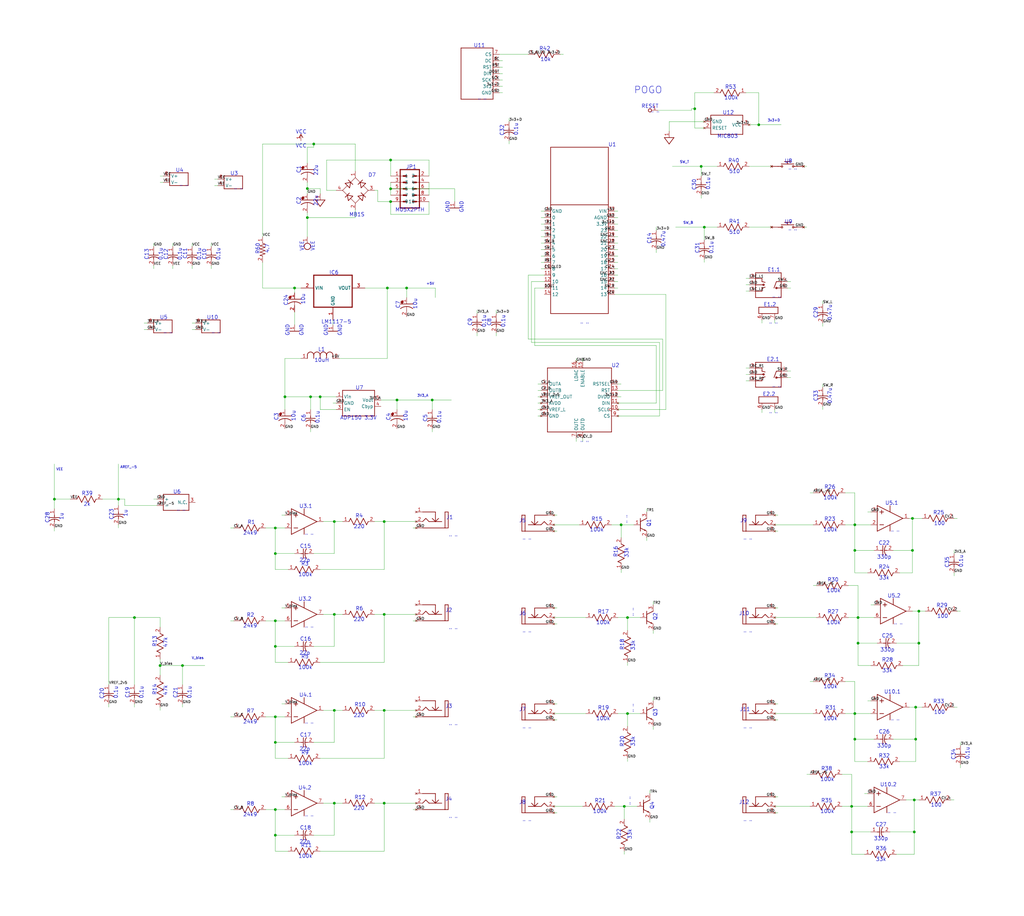
<source format=kicad_sch>
(kicad_sch (version 20231120) (generator "eeschema") (generator_version "8.0")
  (paper "User" 406.222 363.474)
  (junction (at 121.92 86.36))
  (junction (at 109.22 294.64))
  (junction (at 362.68 330.2))
  (junction (at 363.22 293.37))
  (junction (at 278.13 66.04))
  (junction (at 152.4 207.01))
  (junction (at 340.36 245.11))
  (junction (at 153.67 114.3))
  (junction (at 361.95 205.74))
  (junction (at 248.92 245.11))
  (junction (at 46.99 198.12))
  (junction (at 337.82 330.2))
  (junction (at 246.38 208.28))
  (junction (at 247.65 320.04))
  (junction (at 157.48 158.75))
  (junction (at 154.94 80.01))
  (junction (at 300.99 49.53))
  (junction (at 132.62 318.77))
  (junction (at 109.22 331.47))
  (junction (at 72.39 264.16))
  (junction (at 109.22 246.38))
  (junction (at 152.4 243.84))
  (junction (at 364.49 242.57))
  (junction (at 109.22 219.71))
  (junction (at 362.68 317.5))
  (junction (at 121.92 74.835))
  (junction (at 21.59 198.12))
  (junction (at 361.95 218.44))
  (junction (at 279.4 90.17))
  (junction (at 124.46 57.15))
  (junction (at 340.36 255.27))
  (junction (at 161.29 114.3))
  (junction (at 123.19 157.48))
  (junction (at 363.22 280.67))
  (junction (at 109.22 284.48))
  (junction (at 248.92 283.21))
  (junction (at 339.09 218.44))
  (junction (at 132.62 281.94))
  (junction (at 152.4 281.94))
  (junction (at 337.82 320.04))
  (junction (at 116.84 114.3))
  (junction (at 109.22 321.31))
  (junction (at 113.03 157.48))
  (junction (at 154.94 63.5))
  (junction (at 364.49 255.27))
  (junction (at 154.94 74.93))
  (junction (at 132.62 243.84))
  (junction (at 339.09 208.28))
  (junction (at 127 157.48))
  (junction (at 53.34 245.11))
  (junction (at 171.45 158.75))
  (junction (at 109.22 209.55))
  (junction (at 109.22 256.54))
  (junction (at 152.4 318.77))
  (junction (at 339.09 283.21))
  (junction (at 63.5 264.16))
  (junction (at 275.59 43.18))
  (junction (at 339.09 293.37))
  (junction (at 132.62 207.01))
  (wire (pts (xy 133.35 160.02) (xy 132.08 160.02)) (stroke (width 0.1)))
  (wire (pts (xy 113.03 157.48) (xy 123.19 157.48)) (stroke (width 0.1)))
  (wire (pts (xy 300.99 49.53) (xy 300.99 36.83)) (stroke (width 0.1)))
  (wire (pts (xy 129.54 75.565) (xy 129.54 63.5)) (stroke (width 0.1)))
  (wire (pts (xy 215.9 114.3) (xy 212.09 114.3)) (stroke (width 0.1)))
  (wire (pts (xy 279.4 90.17) (xy 284.48 90.17)) (stroke (width 0.1)))
  (wire (pts (xy 148.59 281.94) (xy 152.4 281.94)) (stroke (width 0.1)))
  (wire (pts (xy 170.18 85.09) (xy 170.18 80.01)) (stroke (width 0.1)))
  (wire (pts (xy 297.18 113.03) (xy 295.91 113.03)) (stroke (width 0.1)))
  (wire (pts (xy 340.36 245.11) (xy 336.55 245.11)) (stroke (width 0.1)))
  (wire (pts (xy 124.46 294.64) (xy 132.62 294.64)) (stroke (width 0.1)))
  (wire (pts (xy 77.47 128.27) (xy 76.2 128.27)) (stroke (width 0.1)))
  (wire (pts (xy 262.89 154.94) (xy 245.11 154.94)) (stroke (width 0.1)))
  (wire (pts (xy 381 303.53) (xy 381 304.8)) (stroke (width 0.1)))
  (wire (pts (xy 127 157.48) (xy 133.35 157.48)) (stroke (width 0.1)))
  (wire (pts (xy 189.23 124.46) (xy 189.23 123.19)) (stroke (width 0.1)))
  (wire (pts (xy 243.84 88.9) (xy 245.11 88.9)) (stroke (width 0.1)))
  (wire (pts (xy 248.92 283.21) (xy 245.11 283.21)) (stroke (width 0.1)))
  (wire (pts (xy 109.22 337.82) (xy 114.3 337.82)) (stroke (width 0.1)))
  (wire (pts (xy 157.48 158.75) (xy 157.48 162.564)) (stroke (width 0.1)))
  (wire (pts (xy 262.89 134.62) (xy 262.89 154.94)) (stroke (width 0.1)))
  (wire (pts (xy 259.08 240.03) (xy 259.08 238.76)) (stroke (width 0.1)))
  (wire (pts (xy 260.35 99.06) (xy 260.35 100.33)) (stroke (width 0.1)))
  (wire (pts (xy 260.35 160.02) (xy 245.11 160.02)) (stroke (width 0.1)))
  (wire (pts (xy 326.39 161.29) (xy 326.39 162.56)) (stroke (width 0.1)))
  (wire (pts (xy 342.9 339.09) (xy 337.82 339.09)) (stroke (width 0.1)))
  (wire (pts (xy 356.87 302.26) (xy 363.22 302.26)) (stroke (width 0.1)))
  (wire (pts (xy 307.34 127) (xy 307.34 128.27)) (stroke (width 0.1)))
  (wire (pts (xy 40.64 198.12) (xy 46.99 198.12)) (stroke (width 0.1)))
  (wire (pts (xy 279.4 102.87) (xy 279.4 104.14)) (stroke (width 0.1)))
  (wire (pts (xy 165.1 284.48) (xy 163.83 284.48)) (stroke (width 0.1)))
  (wire (pts (xy 196.85 124.46) (xy 196.85 123.19)) (stroke (width 0.1)))
  (wire (pts (xy 165.1 281.94) (xy 152.4 281.94)) (stroke (width 0.1)))
  (wire (pts (xy 215.9 104.14) (xy 214.63 104.14)) (stroke (width 0.1)))
  (wire (pts (xy 307.34 316.23) (xy 308.61 316.23)) (stroke (width 0.1)))
  (wire (pts (xy 339.09 270.51) (xy 339.09 283.21)) (stroke (width 0.1)))
  (wire (pts (xy 321.31 307.34) (xy 320.04 307.34)) (stroke (width 0.1)))
  (wire (pts (xy 297.18 66.04) (xy 306.07 66.04)) (stroke (width 0.1)))
  (wire (pts (xy 113.03 316.23) (xy 111.76 316.23)) (stroke (width 0.1)))
  (wire (pts (xy 261.62 165.1) (xy 261.62 135.89)) (stroke (width 0.1)))
  (wire (pts (xy 92.71 246.38) (xy 91.44 246.38)) (stroke (width 0.1)))
  (wire (pts (xy 322.58 283.21) (xy 307.34 283.21)) (stroke (width 0.1)))
  (wire (pts (xy 364.49 255.27) (xy 364.49 242.57)) (stroke (width 0.1)))
  (wire (pts (xy 355.6 339.09) (xy 362.68 339.09)) (stroke (width 0.1)))
  (wire (pts (xy 214.63 160.02) (xy 213.36 160.02)) (stroke (width 0.1)))
  (wire (pts (xy 63.5 280.67) (xy 63.5 281.94)) (stroke (width 0.1)))
  (wire (pts (xy 345.44 278.13) (xy 344.17 278.13)) (stroke (width 0.1)))
  (wire (pts (xy 152.4 243.84) (xy 152.4 262.89)) (stroke (width 0.1)))
  (wire (pts (xy 153.67 114.3) (xy 144.78 114.3)) (stroke (width 0.1)))
  (wire (pts (xy 378.46 227.33) (xy 378.46 228.6)) (stroke (width 0.1)))
  (wire (pts (xy 344.17 227.33) (xy 339.09 227.33)) (stroke (width 0.1)))
  (wire (pts (xy 261.62 135.89) (xy 210.82 135.89)) (stroke (width 0.1)))
  (wire (pts (xy 312.42 149.86) (xy 313.69 149.86)) (stroke (width 0.1)))
  (wire (pts (xy 322.58 208.28) (xy 307.34 208.28)) (stroke (width 0.1)))
  (wire (pts (xy 307.34 279.4) (xy 308.61 279.4)) (stroke (width 0.1)))
  (wire (pts (xy 363.22 302.26) (xy 363.22 293.37)) (stroke (width 0.1)))
  (wire (pts (xy 381 295.91) (xy 381 294.64)) (stroke (width 0.1)))
  (wire (pts (xy 214.63 154.94) (xy 213.36 154.94)) (stroke (width 0.1)))
  (wire (pts (xy 247.65 337.82) (xy 247.65 339.09)) (stroke (width 0.1)))
  (wire (pts (xy 275.59 43.18) (xy 275.59 36.83)) (stroke (width 0.1)))
  (wire (pts (xy 113.03 279.4) (xy 111.76 279.4)) (stroke (width 0.1)))
  (wire (pts (xy 264.16 162.56) (xy 245.11 162.56)) (stroke (width 0.1)))
  (wire (pts (xy 243.84 106.68) (xy 245.11 106.68)) (stroke (width 0.1)))
  (wire (pts (xy 121.92 58.42) (xy 124.46 58.42)) (stroke (width 0.1)))
  (wire (pts (xy 219.71 316.23) (xy 220.98 316.23)) (stroke (width 0.1)))
  (wire (pts (xy 105.41 284.48) (xy 109.22 284.48)) (stroke (width 0.1)))
  (wire (pts (xy 243.84 109.22) (xy 245.11 109.22)) (stroke (width 0.1)))
  (wire (pts (xy 49.53 200.66) (xy 49.53 198.12)) (stroke (width 0.1)))
  (wire (pts (xy 152.4 337.82) (xy 127 337.82)) (stroke (width 0.1)))
  (wire (pts (xy 354.33 218.44) (xy 361.95 218.44)) (stroke (width 0.1)))
  (wire (pts (xy 92.71 284.48) (xy 91.44 284.48)) (stroke (width 0.1)))
  (wire (pts (xy 379.73 242.57) (xy 381 242.57)) (stroke (width 0.1)))
  (wire (pts (xy 297.18 90.17) (xy 306.07 90.17)) (stroke (width 0.1)))
  (wire (pts (xy 154.94 80.01) (xy 149.86 80.01)) (stroke (width 0.1)))
  (wire (pts (xy 153.67 114.3) (xy 161.29 114.3)) (stroke (width 0.1)))
  (wire (pts (xy 77.47 130.81) (xy 76.2 130.81)) (stroke (width 0.1)))
  (wire (pts (xy 116.84 256.54) (xy 109.22 256.54)) (stroke (width 0.1)))
  (wire (pts (xy 127 74.835) (xy 127 76.835)) (stroke (width 0.1)))
  (wire (pts (xy 339.09 283.21) (xy 335.28 283.21)) (stroke (width 0.1)))
  (wire (pts (xy 109.22 262.89) (xy 114.3 262.89)) (stroke (width 0.1)))
  (wire (pts (xy 334.01 307.34) (xy 337.82 307.34)) (stroke (width 0.1)))
  (wire (pts (xy 247.65 320.04) (xy 243.84 320.04)) (stroke (width 0.1)))
  (wire (pts (xy 113.03 204.47) (xy 111.76 204.47)) (stroke (width 0.1)))
  (wire (pts (xy 215.9 83.82) (xy 214.63 83.82)) (stroke (width 0.1)))
  (wire (pts (xy 346.71 245.11) (xy 340.36 245.11)) (stroke (width 0.1)))
  (wire (pts (xy 165.1 246.38) (xy 163.83 246.38)) (stroke (width 0.1)))
  (wire (pts (xy 232.41 283.21) (xy 219.71 283.21)) (stroke (width 0.1)))
  (wire (pts (xy 165.1 318.77) (xy 152.4 318.77)) (stroke (width 0.1)))
  (wire (pts (xy 43.18 279.4) (xy 43.18 280.67)) (stroke (width 0.1)))
  (wire (pts (xy 109.22 219.71) (xy 109.22 226.06)) (stroke (width 0.1)))
  (wire (pts (xy 307.34 322.58) (xy 308.61 322.58)) (stroke (width 0.1)))
  (wire (pts (xy 259.08 278.13) (xy 259.08 276.86)) (stroke (width 0.1)))
  (wire (pts (xy 279.4 48.26) (xy 265.43 48.26)) (stroke (width 0.1)))
  (wire (pts (xy 198.12 24.13) (xy 199.39 24.13)) (stroke (width 0.1)))
  (wire (pts (xy 128.27 318.77) (xy 132.62 318.77)) (stroke (width 0.1)))
  (wire (pts (xy 116.84 114.3) (xy 119.38 114.3)) (stroke (width 0.1)))
  (wire (pts (xy 326.39 128.27) (xy 326.39 129.54)) (stroke (width 0.1)))
  (wire (pts (xy 172.72 114.3) (xy 172.72 118.11)) (stroke (width 0.1)))
  (wire (pts (xy 62.23 198.12) (xy 60.96 198.12)) (stroke (width 0.1)))
  (wire (pts (xy 116.84 123.829) (xy 116.84 128.905)) (stroke (width 0.1)))
  (wire (pts (xy 243.84 111.76) (xy 245.11 111.76)) (stroke (width 0.1)))
  (wire (pts (xy 215.9 88.9) (xy 214.63 88.9)) (stroke (width 0.1)))
  (wire (pts (xy 72.39 264.16) (xy 81.28 264.16)) (stroke (width 0.1)))
  (wire (pts (xy 353.06 330.2) (xy 362.68 330.2)) (stroke (width 0.1)))
  (wire (pts (xy 307.34 204.47) (xy 308.61 204.47)) (stroke (width 0.1)))
  (wire (pts (xy 152.4 300.99) (xy 127 300.99)) (stroke (width 0.1)))
  (wire (pts (xy 123.19 170.18) (xy 123.19 171.45)) (stroke (width 0.1)))
  (wire (pts (xy 318.77 66.04) (xy 320.04 66.04)) (stroke (width 0.1)))
  (wire (pts (xy 212.09 137.16) (xy 260.35 137.16)) (stroke (width 0.1)))
  (wire (pts (xy 151.13 158.75) (xy 157.48 158.75)) (stroke (width 0.1)))
  (wire (pts (xy 360.68 205.74) (xy 361.95 205.74)) (stroke (width 0.1)))
  (wire (pts (xy 140.97 83.185) (xy 140.97 86.36)) (stroke (width 0.1)))
  (wire (pts (xy 248.92 245.11) (xy 245.11 245.11)) (stroke (width 0.1)))
  (wire (pts (xy 58.42 128.27) (xy 57.15 128.27)) (stroke (width 0.1)))
  (wire (pts (xy 339.09 227.33) (xy 339.09 218.44)) (stroke (width 0.1)))
  (wire (pts (xy 132.08 127) (xy 132.08 128.905)) (stroke (width 0.1)))
  (wire (pts (xy 109.22 321.31) (xy 109.22 331.47)) (stroke (width 0.1)))
  (wire (pts (xy 339.09 302.26) (xy 339.09 293.37)) (stroke (width 0.1)))
  (wire (pts (xy 312.42 114.3) (xy 313.69 114.3)) (stroke (width 0.1)))
  (wire (pts (xy 132.62 294.64) (xy 132.62 281.94)) (stroke (width 0.1)))
  (wire (pts (xy 119.38 142.24) (xy 113.03 142.24)) (stroke (width 0.1)))
  (wire (pts (xy 337.82 320.04) (xy 334.01 320.04)) (stroke (width 0.1)))
  (wire (pts (xy 124.46 219.71) (xy 132.62 219.71)) (stroke (width 0.1)))
  (wire (pts (xy 72.39 264.16) (xy 63.5 264.16)) (stroke (width 0.1)))
  (wire (pts (xy 346.71 218.44) (xy 339.09 218.44)) (stroke (width 0.1)))
  (wire (pts (xy 335.28 195.58) (xy 339.09 195.58)) (stroke (width 0.1)))
  (wire (pts (xy 152.4 318.77) (xy 152.4 337.82)) (stroke (width 0.1)))
  (wire (pts (xy 152.4 281.94) (xy 152.4 300.99)) (stroke (width 0.1)))
  (wire (pts (xy 124.46 58.42) (xy 124.46 57.15)) (stroke (width 0.1)))
  (wire (pts (xy 46.99 198.12) (xy 46.99 200.66)) (stroke (width 0.1)))
  (wire (pts (xy 121.92 64.774) (xy 121.92 58.42)) (stroke (width 0.1)))
  (wire (pts (xy 128.27 243.84) (xy 132.62 243.84)) (stroke (width 0.1)))
  (wire (pts (xy 274.32 43.18) (xy 275.59 43.18)) (stroke (width 0.1)))
  (wire (pts (xy 274.32 43.815) (xy 274.32 43.18)) (stroke (width 0.1)))
  (wire (pts (xy 64.77 72.39) (xy 63.5 72.39)) (stroke (width 0.1)))
  (wire (pts (xy 215.9 101.6) (xy 214.63 101.6)) (stroke (width 0.1)))
  (wire (pts (xy 248.92 262.89) (xy 248.92 264.16)) (stroke (width 0.1)))
  (wire (pts (xy 337.82 330.2) (xy 337.82 320.04)) (stroke (width 0.1)))
  (wire (pts (xy 171.45 170.18) (xy 171.45 171.45)) (stroke (width 0.1)))
  (wire (pts (xy 140.97 86.36) (xy 121.92 86.36)) (stroke (width 0.1)))
  (wire (pts (xy 170.18 69.85) (xy 170.18 63.5)) (stroke (width 0.1)))
  (wire (pts (xy 154.94 74.93) (xy 180.34 74.93)) (stroke (width 0.1)))
  (wire (pts (xy 346.71 293.37) (xy 339.09 293.37)) (stroke (width 0.1)))
  (wire (pts (xy 212.09 114.3) (xy 212.09 137.16)) (stroke (width 0.1)))
  (wire (pts (xy 109.22 284.48) (xy 109.22 294.64)) (stroke (width 0.1)))
  (wire (pts (xy 346.71 240.03) (xy 345.44 240.03)) (stroke (width 0.1)))
  (wire (pts (xy 300.99 36.83) (xy 295.91 36.83)) (stroke (width 0.1)))
  (wire (pts (xy 219.71 210.82) (xy 220.98 210.82)) (stroke (width 0.1)))
  (wire (pts (xy 109.22 256.54) (xy 109.22 262.89)) (stroke (width 0.1)))
  (wire (pts (xy 215.9 96.52) (xy 214.63 96.52)) (stroke (width 0.1)))
  (wire (pts (xy 297.18 151.13) (xy 295.91 151.13)) (stroke (width 0.1)))
  (wire (pts (xy 275.59 36.83) (xy 283.21 36.83)) (stroke (width 0.1)))
  (wire (pts (xy 132.62 331.47) (xy 132.62 318.77)) (stroke (width 0.1)))
  (wire (pts (xy 257.81 314.96) (xy 257.81 313.69)) (stroke (width 0.1)))
  (wire (pts (xy 170.18 72.39) (xy 170.18 74.93)) (stroke (width 0.1)))
  (wire (pts (xy 198.12 34.29) (xy 199.39 34.29)) (stroke (width 0.1)))
  (wire (pts (xy 302.26 162.56) (xy 302.26 163.83)) (stroke (width 0.1)))
  (wire (pts (xy 243.84 93.98) (xy 245.11 93.98)) (stroke (width 0.1)))
  (wire (pts (xy 243.84 104.14) (xy 245.11 104.14)) (stroke (width 0.1)))
  (wire (pts (xy 339.09 195.58) (xy 339.09 208.28)) (stroke (width 0.1)))
  (wire (pts (xy 113.03 142.24) (xy 113.03 157.48)) (stroke (width 0.1)))
  (wire (pts (xy 215.9 93.98) (xy 214.63 93.98)) (stroke (width 0.1)))
  (wire (pts (xy 260.985 43.815) (xy 274.32 43.815)) (stroke (width 0.1)))
  (wire (pts (xy 154.94 63.5) (xy 154.94 69.85)) (stroke (width 0.1)))
  (wire (pts (xy 27.94 198.12) (xy 21.59 198.12)) (stroke (width 0.1)))
  (wire (pts (xy 109.22 294.64) (xy 109.22 300.99)) (stroke (width 0.1)))
  (wire (pts (xy 113.03 162.56) (xy 113.03 157.48)) (stroke (width 0.1)))
  (wire (pts (xy 378.46 219.71) (xy 378.46 218.44)) (stroke (width 0.1)))
  (wire (pts (xy 362.68 339.09) (xy 362.68 330.2)) (stroke (width 0.1)))
  (wire (pts (xy 198.12 21.59) (xy 209.55 21.59)) (stroke (width 0.1)))
  (wire (pts (xy 92.71 209.55) (xy 91.44 209.55)) (stroke (width 0.1)))
  (wire (pts (xy 129.54 63.5) (xy 154.94 63.5)) (stroke (width 0.1)))
  (wire (pts (xy 362.68 330.2) (xy 362.68 317.5)) (stroke (width 0.1)))
  (wire (pts (xy 297.18 49.53) (xy 300.99 49.53)) (stroke (width 0.1)))
  (wire (pts (xy 165.1 207.01) (xy 152.4 207.01)) (stroke (width 0.1)))
  (wire (pts (xy 161.29 114.3) (xy 172.72 114.3)) (stroke (width 0.1)))
  (wire (pts (xy 161.29 118.11) (xy 161.29 114.3)) (stroke (width 0.1)))
  (wire (pts (xy 123.19 157.48) (xy 127 157.48)) (stroke (width 0.1)))
  (wire (pts (xy 46.99 184.15) (xy 46.99 198.12)) (stroke (width 0.1)))
  (wire (pts (xy 171.45 162.56) (xy 171.45 158.75)) (stroke (width 0.1)))
  (wire (pts (xy 198.12 26.67) (xy 199.39 26.67)) (stroke (width 0.1)))
  (wire (pts (xy 116.84 219.71) (xy 109.22 219.71)) (stroke (width 0.1)))
  (wire (pts (xy 214.63 165.1) (xy 213.36 165.1)) (stroke (width 0.1)))
  (wire (pts (xy 363.22 280.67) (xy 365.76 280.67)) (stroke (width 0.1)))
  (wire (pts (xy 215.9 91.44) (xy 214.63 91.44)) (stroke (width 0.1)))
  (wire (pts (xy 132.62 207.01) (xy 135.89 207.01)) (stroke (width 0.1)))
  (wire (pts (xy 256.54 203.2) (xy 256.54 201.93)) (stroke (width 0.1)))
  (wire (pts (xy 219.71 285.75) (xy 220.98 285.75)) (stroke (width 0.1)))
  (wire (pts (xy 264.16 116.84) (xy 264.16 162.56)) (stroke (width 0.1)))
  (wire (pts (xy 104.14 57.15) (xy 124.46 57.15)) (stroke (width 0.1)))
  (wire (pts (xy 307.34 241.3) (xy 308.61 241.3)) (stroke (width 0.1)))
  (wire (pts (xy 152.4 226.06) (xy 127 226.06)) (stroke (width 0.1)))
  (wire (pts (xy 105.41 209.55) (xy 109.22 209.55)) (stroke (width 0.1)))
  (wire (pts (xy 321.31 320.04) (xy 307.34 320.04)) (stroke (width 0.1)))
  (wire (pts (xy 344.17 320.04) (xy 337.82 320.04)) (stroke (width 0.1)))
  (wire (pts (xy 278.13 77.47) (xy 278.13 78.74)) (stroke (width 0.1)))
  (wire (pts (xy 132.62 318.77) (xy 135.89 318.77)) (stroke (width 0.1)))
  (wire (pts (xy 21.59 198.12) (xy 21.59 201.93)) (stroke (width 0.1)))
  (wire (pts (xy 378.46 205.74) (xy 379.73 205.74)) (stroke (width 0.1)))
  (wire (pts (xy 121.92 74.835) (xy 127 74.835)) (stroke (width 0.1)))
  (wire (pts (xy 307.34 247.65) (xy 308.61 247.65)) (stroke (width 0.1)))
  (wire (pts (xy 62.23 200.66) (xy 49.53 200.66)) (stroke (width 0.1)))
  (wire (pts (xy 251.46 208.28) (xy 246.38 208.28)) (stroke (width 0.1)))
  (wire (pts (xy 215.9 109.22) (xy 209.55 109.22)) (stroke (width 0.1)))
  (wire (pts (xy 113.03 321.31) (xy 109.22 321.31)) (stroke (width 0.1)))
  (wire (pts (xy 132.62 243.84) (xy 135.89 243.84)) (stroke (width 0.1)))
  (wire (pts (xy 364.49 264.16) (xy 364.49 255.27)) (stroke (width 0.1)))
  (wire (pts (xy 248.92 250.19) (xy 248.92 245.11)) (stroke (width 0.1)))
  (wire (pts (xy 278.13 66.04) (xy 284.48 66.04)) (stroke (width 0.1)))
  (wire (pts (xy 219.71 322.58) (xy 220.98 322.58)) (stroke (width 0.1)))
  (wire (pts (xy 278.13 69.85) (xy 278.13 66.04)) (stroke (width 0.1)))
  (wire (pts (xy 133.35 75.565) (xy 129.54 75.565)) (stroke (width 0.1)))
  (wire (pts (xy 189.23 132.08) (xy 189.23 133.35)) (stroke (width 0.1)))
  (wire (pts (xy 124.46 331.47) (xy 132.62 331.47)) (stroke (width 0.1)))
  (wire (pts (xy 76.2 97.79) (xy 76.2 96.52)) (stroke (width 0.1)))
  (wire (pts (xy 347.98 255.27) (xy 340.36 255.27)) (stroke (width 0.1)))
  (wire (pts (xy 345.44 208.28) (xy 339.09 208.28)) (stroke (width 0.1)))
  (wire (pts (xy 113.03 241.3) (xy 111.76 241.3)) (stroke (width 0.1)))
  (wire (pts (xy 53.34 245.11) (xy 63.5 245.11)) (stroke (width 0.1)))
  (wire (pts (xy 43.18 245.11) (xy 53.34 245.11)) (stroke (width 0.1)))
  (wire (pts (xy 198.12 36.83) (xy 199.39 36.83)) (stroke (width 0.1)))
  (wire (pts (xy 132.62 219.71) (xy 132.62 207.01)) (stroke (width 0.1)))
  (wire (pts (xy 259.08 250.19) (xy 259.08 251.46)) (stroke (width 0.1)))
  (wire (pts (xy 60.96 97.79) (xy 60.96 96.52)) (stroke (width 0.1)))
  (wire (pts (xy 109.22 209.55) (xy 109.22 219.71)) (stroke (width 0.1)))
  (wire (pts (xy 265.43 48.26) (xy 265.43 52.07)) (stroke (width 0.1)))
  (wire (pts (xy 214.63 152.4) (xy 213.36 152.4)) (stroke (width 0.1)))
  (wire (pts (xy 198.12 29.21) (xy 199.39 29.21)) (stroke (width 0.1)))
  (wire (pts (xy 245.11 165.1) (xy 261.62 165.1)) (stroke (width 0.1)))
  (wire (pts (xy 360.68 280.67) (xy 363.22 280.67)) (stroke (width 0.1)))
  (wire (pts (xy 231.14 173.99) (xy 231.14 175.26)) (stroke (width 0.1)))
  (wire (pts (xy 210.82 111.76) (xy 215.9 111.76)) (stroke (width 0.1)))
  (wire (pts (xy 49.53 198.12) (xy 46.99 198.12)) (stroke (width 0.1)))
  (wire (pts (xy 323.85 245.11) (xy 307.34 245.11)) (stroke (width 0.1)))
  (wire (pts (xy 154.94 80.01) (xy 154.94 85.09)) (stroke (width 0.1)))
  (wire (pts (xy 165.1 209.55) (xy 163.83 209.55)) (stroke (width 0.1)))
  (wire (pts (xy 247.65 325.12) (xy 247.65 320.04)) (stroke (width 0.1)))
  (wire (pts (xy 86.36 73.66) (xy 85.09 73.66)) (stroke (width 0.1)))
  (wire (pts (xy 340.36 255.27) (xy 340.36 245.11)) (stroke (width 0.1)))
  (wire (pts (xy 121.92 86.36) (xy 121.92 84.459)) (stroke (width 0.1)))
  (wire (pts (xy 63.5 267.97) (xy 63.5 264.16)) (stroke (width 0.1)))
  (wire (pts (xy 354.33 293.37) (xy 363.22 293.37)) (stroke (width 0.1)))
  (wire (pts (xy 307.34 162.56) (xy 307.34 163.83)) (stroke (width 0.1)))
  (wire (pts (xy 243.84 99.06) (xy 245.11 99.06)) (stroke (width 0.1)))
  (wire (pts (xy 260.35 91.44) (xy 260.35 90.17)) (stroke (width 0.1)))
  (wire (pts (xy 109.22 300.99) (xy 114.3 300.99)) (stroke (width 0.1)))
  (wire (pts (xy 377.19 317.5) (xy 378.46 317.5)) (stroke (width 0.1)))
  (wire (pts (xy 157.48 158.75) (xy 171.45 158.75)) (stroke (width 0.1)))
  (wire (pts (xy 243.84 86.36) (xy 245.11 86.36)) (stroke (width 0.1)))
  (wire (pts (xy 219.71 204.47) (xy 220.98 204.47)) (stroke (width 0.1)))
  (wire (pts (xy 246.38 213.36) (xy 246.38 208.28)) (stroke (width 0.1)))
  (wire (pts (xy 243.84 116.84) (xy 264.16 116.84)) (stroke (width 0.1)))
  (wire (pts (xy 113.03 246.38) (xy 109.22 246.38)) (stroke (width 0.1)))
  (wire (pts (xy 171.45 158.75) (xy 179.07 158.75)) (stroke (width 0.1)))
  (wire (pts (xy 124.46 256.54) (xy 132.62 256.54)) (stroke (width 0.1)))
  (wire (pts (xy 361.95 218.44) (xy 361.95 205.74)) (stroke (width 0.1)))
  (wire (pts (xy 113.03 284.48) (xy 109.22 284.48)) (stroke (width 0.1)))
  (wire (pts (xy 229.87 208.28) (xy 219.71 208.28)) (stroke (width 0.1)))
  (wire (pts (xy 148.59 243.84) (xy 152.4 243.84)) (stroke (width 0.1)))
  (wire (pts (xy 154.94 72.39) (xy 154.94 74.93)) (stroke (width 0.1)))
  (wire (pts (xy 105.41 321.31) (xy 109.22 321.31)) (stroke (width 0.1)))
  (wire (pts (xy 121.92 76.839) (xy 121.92 74.835)) (stroke (width 0.1)))
  (wire (pts (xy 358.14 264.16) (xy 364.49 264.16)) (stroke (width 0.1)))
  (wire (pts (xy 149.86 80.01) (xy 149.86 75.565)) (stroke (width 0.1)))
  (wire (pts (xy 209.55 134.62) (xy 262.89 134.62)) (stroke (width 0.1)))
  (wire (pts (xy 121.92 93.98) (xy 121.92 86.36)) (stroke (width 0.1)))
  (wire (pts (xy 219.71 241.3) (xy 220.98 241.3)) (stroke (width 0.1)))
  (wire (pts (xy 148.59 318.77) (xy 152.4 318.77)) (stroke (width 0.1)))
  (wire (pts (xy 116.84 294.64) (xy 109.22 294.64)) (stroke (width 0.1)))
  (wire (pts (xy 105.41 246.38) (xy 109.22 246.38)) (stroke (width 0.1)))
  (wire (pts (xy 254 283.21) (xy 248.92 283.21)) (stroke (width 0.1)))
  (wire (pts (xy 279.4 95.25) (xy 279.4 90.17)) (stroke (width 0.1)))
  (wire (pts (xy 361.95 227.33) (xy 361.95 218.44)) (stroke (width 0.1)))
  (wire (pts (xy 109.22 226.06) (xy 114.3 226.06)) (stroke (width 0.1)))
  (wire (pts (xy 243.84 114.3) (xy 245.11 114.3)) (stroke (width 0.1)))
  (wire (pts (xy 243.84 101.6) (xy 245.11 101.6)) (stroke (width 0.1)))
  (wire (pts (xy 201.93 55.88) (xy 201.93 57.15)) (stroke (width 0.1)))
  (wire (pts (xy 214.63 162.56) (xy 213.36 162.56)) (stroke (width 0.1)))
  (wire (pts (xy 196.85 132.08) (xy 196.85 133.35)) (stroke (width 0.1)))
  (wire (pts (xy 307.34 285.75) (xy 308.61 285.75)) (stroke (width 0.1)))
  (wire (pts (xy 356.87 227.33) (xy 361.95 227.33)) (stroke (width 0.1)))
  (wire (pts (xy 43.18 271.78) (xy 43.18 245.11)) (stroke (width 0.1)))
  (wire (pts (xy 345.44 283.21) (xy 339.09 283.21)) (stroke (width 0.1)))
  (wire (pts (xy 248.92 300.99) (xy 248.92 302.26)) (stroke (width 0.1)))
  (wire (pts (xy 362.68 317.5) (xy 359.41 317.5)) (stroke (width 0.1)))
  (wire (pts (xy 361.95 242.57) (xy 364.49 242.57)) (stroke (width 0.1)))
  (wire (pts (xy 83.82 105.41) (xy 83.82 106.68)) (stroke (width 0.1)))
  (wire (pts (xy 64.77 69.85) (xy 63.5 69.85)) (stroke (width 0.1)))
  (wire (pts (xy 104.14 114.3) (xy 116.84 114.3)) (stroke (width 0.1)))
  (wire (pts (xy 232.41 245.11) (xy 219.71 245.11)) (stroke (width 0.1)))
  (wire (pts (xy 243.84 96.52) (xy 245.11 96.52)) (stroke (width 0.1)))
  (wire (pts (xy 355.6 255.27) (xy 364.49 255.27)) (stroke (width 0.1)))
  (wire (pts (xy 337.82 339.09) (xy 337.82 330.2)) (stroke (width 0.1)))
  (wire (pts (xy 336.55 232.41) (xy 340.36 232.41)) (stroke (width 0.1)))
  (wire (pts (xy 133.35 162.56) (xy 127 162.56)) (stroke (width 0.1)))
  (wire (pts (xy 72.39 279.4) (xy 72.39 280.67)) (stroke (width 0.1)))
  (wire (pts (xy 302.26 127) (xy 302.26 128.27)) (stroke (width 0.1)))
  (wire (pts (xy 123.19 162.56) (xy 123.19 157.48)) (stroke (width 0.1)))
  (wire (pts (xy 60.96 105.41) (xy 60.96 106.68)) (stroke (width 0.1)))
  (wire (pts (xy 132.62 256.54) (xy 132.62 243.84)) (stroke (width 0.1)))
  (wire (pts (xy 275.59 50.8) (xy 275.59 43.18)) (stroke (width 0.1)))
  (wire (pts (xy 21.59 209.55) (xy 21.59 210.82)) (stroke (width 0.1)))
  (wire (pts (xy 363.22 293.37) (xy 363.22 280.67)) (stroke (width 0.1)))
  (wire (pts (xy 312.42 111.76) (xy 313.69 111.76)) (stroke (width 0.1)))
  (wire (pts (xy 170.18 77.47) (xy 170.18 74.93)) (stroke (width 0.1)))
  (wire (pts (xy 344.17 302.26) (xy 339.09 302.26)) (stroke (width 0.1)))
  (wire (pts (xy 140.97 57.15) (xy 140.97 67.945)) (stroke (width 0.1)))
  (wire (pts (xy 72.39 271.78) (xy 72.39 264.16)) (stroke (width 0.1)))
  (wire (pts (xy 109.22 331.47) (xy 109.22 337.82)) (stroke (width 0.1)))
  (wire (pts (xy 297.18 110.49) (xy 295.91 110.49)) (stroke (width 0.1)))
  (wire (pts (xy 180.34 74.93) (xy 180.34 80.01)) (stroke (width 0.1)))
  (wire (pts (xy 148.59 207.01) (xy 152.4 207.01)) (stroke (width 0.1)))
  (wire (pts (xy 339.09 208.28) (xy 335.28 208.28)) (stroke (width 0.1)))
  (wire (pts (xy 63.5 264.16) (xy 63.5 261.62)) (stroke (width 0.1)))
  (wire (pts (xy 210.82 135.89) (xy 210.82 111.76)) (stroke (width 0.1)))
  (wire (pts (xy 104.14 93.98) (xy 104.14 57.15)) (stroke (width 0.1)))
  (wire (pts (xy 228.6 173.99) (xy 228.6 175.26)) (stroke (width 0.1)))
  (wire (pts (xy 279.4 90.17) (xy 267.97 90.17)) (stroke (width 0.1)))
  (wire (pts (xy 337.82 307.34) (xy 337.82 320.04)) (stroke (width 0.1)))
  (wire (pts (xy 152.4 207.01) (xy 152.4 226.06)) (stroke (width 0.1)))
  (wire (pts (xy 152.4 262.89) (xy 127 262.89)) (stroke (width 0.1)))
  (wire (pts (xy 260.35 137.16) (xy 260.35 160.02)) (stroke (width 0.1)))
  (wire (pts (xy 231.14 143.51) (xy 231.14 142.24)) (stroke (width 0.1)))
  (wire (pts (xy 53.34 271.78) (xy 53.34 245.11)) (stroke (width 0.1)))
  (wire (pts (xy 312.42 147.32) (xy 313.69 147.32)) (stroke (width 0.1)))
  (wire (pts (xy 53.34 279.4) (xy 53.34 280.67)) (stroke (width 0.1)))
  (wire (pts (xy 46.99 208.28) (xy 46.99 209.55)) (stroke (width 0.1)))
  (wire (pts (xy 297.18 115.57) (xy 295.91 115.57)) (stroke (width 0.1)))
  (wire (pts (xy 83.82 97.79) (xy 83.82 96.52)) (stroke (width 0.1)))
  (wire (pts (xy 231.14 320.04) (xy 219.71 320.04)) (stroke (width 0.1)))
  (wire (pts (xy 254 245.11) (xy 248.92 245.11)) (stroke (width 0.1)))
  (wire (pts (xy 76.2 105.41) (xy 76.2 106.68)) (stroke (width 0.1)))
  (wire (pts (xy 109.22 246.38) (xy 109.22 256.54)) (stroke (width 0.1)))
  (wire (pts (xy 128.27 281.94) (xy 132.62 281.94)) (stroke (width 0.1)))
  (wire (pts (xy 340.36 264.16) (xy 340.36 255.27)) (stroke (width 0.1)))
  (wire (pts (xy 219.71 247.65) (xy 220.98 247.65)) (stroke (width 0.1)))
  (wire (pts (xy 318.77 90.17) (xy 320.04 90.17)) (stroke (width 0.1)))
  (wire (pts (xy 149.86 75.565) (xy 148.59 75.565)) (stroke (width 0.1)))
  (wire (pts (xy 326.39 153.67) (xy 326.39 152.4)) (stroke (width 0.1)))
  (wire (pts (xy 104.14 104.14) (xy 104.14 114.3)) (stroke (width 0.1)))
  (wire (pts (xy 154.94 74.93) (xy 154.94 77.47)) (stroke (width 0.1)))
  (wire (pts (xy 378.46 280.67) (xy 379.73 280.67)) (stroke (width 0.1)))
  (wire (pts (xy 58.42 130.81) (xy 57.15 130.81)) (stroke (width 0.1)))
  (wire (pts (xy 68.58 105.41) (xy 68.58 106.68)) (stroke (width 0.1)))
  (wire (pts (xy 121.92 72.394) (xy 121.92 74.835)) (stroke (width 0.1)))
  (wire (pts (xy 86.36 71.12) (xy 85.09 71.12)) (stroke (width 0.1)))
  (wire (pts (xy 170.18 63.5) (xy 154.94 63.5)) (stroke (width 0.1)))
  (wire (pts (xy 364.49 317.5) (xy 362.68 317.5)) (stroke (width 0.1)))
  (wire (pts (xy 345.44 203.2) (xy 344.17 203.2)) (stroke (width 0.1)))
  (wire (pts (xy 364.49 242.57) (xy 367.03 242.57)) (stroke (width 0.1)))
  (wire (pts (xy 248.92 288.29) (xy 248.92 283.21)) (stroke (width 0.1)))
  (wire (pts (xy 165.1 321.31) (xy 163.83 321.31)) (stroke (width 0.1)))
  (wire (pts (xy 154.94 85.09) (xy 170.18 85.09)) (stroke (width 0.1)))
  (wire (pts (xy 297.18 146.05) (xy 295.91 146.05)) (stroke (width 0.1)))
  (wire (pts (xy 245.11 157.48) (xy 246.38 157.48)) (stroke (width 0.1)))
  (wire (pts (xy 222.25 21.59) (xy 223.52 21.59)) (stroke (width 0.1)))
  (wire (pts (xy 339.09 218.44) (xy 339.09 208.28)) (stroke (width 0.1)))
  (wire (pts (xy 307.34 210.82) (xy 308.61 210.82)) (stroke (width 0.1)))
  (wire (pts (xy 297.18 148.59) (xy 295.91 148.59)) (stroke (width 0.1)))
  (wire (pts (xy 68.58 97.79) (xy 68.58 96.52)) (stroke (width 0.1)))
  (wire (pts (xy 345.44 264.16) (xy 340.36 264.16)) (stroke (width 0.1)))
  (wire (pts (xy 246.38 226.06) (xy 246.38 227.33)) (stroke (width 0.1)))
  (wire (pts (xy 326.39 120.65) (xy 326.39 119.38)) (stroke (width 0.1)))
  (wire (pts (xy 214.63 157.48) (xy 213.36 157.48)) (stroke (width 0.1)))
  (wire (pts (xy 215.9 86.36) (xy 214.63 86.36)) (stroke (width 0.1)))
  (wire (pts (xy 63.5 245.11) (xy 63.5 248.92)) (stroke (width 0.1)))
  (wire (pts (xy 323.85 232.41) (xy 322.58 232.41)) (stroke (width 0.1)))
  (wire (pts (xy 322.58 270.51) (xy 321.31 270.51)) (stroke (width 0.1)))
  (wire (pts (xy 322.58 195.58) (xy 321.31 195.58)) (stroke (width 0.1)))
  (wire (pts (xy 345.44 330.2) (xy 337.82 330.2)) (stroke (width 0.1)))
  (wire (pts (xy 335.28 270.51) (xy 339.09 270.51)) (stroke (width 0.1)))
  (wire (pts (xy 339.09 293.37) (xy 339.09 283.21)) (stroke (width 0.1)))
  (wire (pts (xy 21.59 198.12) (xy 21.59 184.15)) (stroke (width 0.1)))
  (wire (pts (xy 165.1 243.84) (xy 152.4 243.84)) (stroke (width 0.1)))
  (wire (pts (xy 198.12 31.75) (xy 199.39 31.75)) (stroke (width 0.1)))
  (wire (pts (xy 259.08 288.29) (xy 259.08 289.56)) (stroke (width 0.1)))
  (wire (pts (xy 127 162.56) (xy 127 157.48)) (stroke (width 0.1)))
  (wire (pts (xy 344.17 314.96) (xy 342.9 314.96)) (stroke (width 0.1)))
  (wire (pts (xy 113.03 209.55) (xy 109.22 209.55)) (stroke (width 0.1)))
  (wire (pts (xy 153.67 142.24) (xy 153.67 114.3)) (stroke (width 0.1)))
  (wire (pts (xy 340.36 232.41) (xy 340.36 245.11)) (stroke (width 0.1)))
  (wire (pts (xy 252.73 320.04) (xy 247.65 320.04)) (stroke (width 0.1)))
  (wire (pts (xy 209.55 109.22) (xy 209.55 134.62)) (stroke (width 0.1)))
  (wire (pts (xy 116.84 116.209) (xy 116.84 114.3)) (stroke (width 0.1)))
  (wire (pts (xy 243.84 91.44) (xy 245.11 91.44)) (stroke (width 0.1)))
  (wire (pts (xy 116.84 331.47) (xy 109.22 331.47)) (stroke (width 0.1)))
  (wire (pts (xy 300.99 49.53) (xy 309.88 49.53)) (stroke (width 0.1)))
  (wire (pts (xy 134.62 142.24) (xy 153.67 142.24)) (stroke (width 0.1)))
  (wire (pts (xy 243.84 83.82) (xy 245.11 83.82)) (stroke (width 0.1)))
  (wire (pts (xy 132.62 281.94) (xy 135.89 281.94)) (stroke (width 0.1)))
  (wire (pts (xy 215.9 99.06) (xy 214.63 99.06)) (stroke (width 0.1)))
  (wire (pts (xy 257.81 325.12) (xy 257.81 326.39)) (stroke (width 0.1)))
  (wire (pts (xy 219.71 279.4) (xy 220.98 279.4)) (stroke (width 0.1)))
  (wire (pts (xy 245.11 152.4) (xy 246.38 152.4)) (stroke (width 0.1)))
  (wire (pts (xy 215.9 106.68) (xy 214.63 106.68)) (stroke (width 0.1)))
  (wire (pts (xy 256.54 213.36) (xy 256.54 214.63)) (stroke (width 0.1)))
  (wire (pts (xy 124.46 57.15) (xy 140.97 57.15)) (stroke (width 0.1)))
  (wire (pts (xy 228.6 143.51) (xy 228.6 142.24)) (stroke (width 0.1)))
  (wire (pts (xy 278.13 66.04) (xy 266.7 66.04)) (stroke (width 0.1)))
  (wire (pts (xy 279.4 50.8) (xy 275.59 50.8)) (stroke (width 0.1)))
  (wire (pts (xy 246.38 208.28) (xy 242.57 208.28)) (stroke (width 0.1)))
  (wire (pts (xy 201.93 48.26) (xy 201.93 46.99)) (stroke (width 0.1)))
  (wire (pts (xy 128.27 207.01) (xy 132.62 207.01)) (stroke (width 0.1)))
  (wire (pts (xy 361.95 205.74) (xy 365.76 205.74)) (stroke (width 0.1)))
  (wire (pts (xy 92.71 321.31) (xy 91.44 321.31)) (stroke (width 0.1)))
  (text "E1.1" (at 304.452 108.109 0) (effects (font (size 1.48 1.48)) (justify left bottom)))
  (text "220" (at 140.238 208.28 0) (effects (font (size 1.48 1.48)) (justify left top)))
  (text "\" \"" (at 92.802 74.93 0) (effects (font (size 1.48 1.48)) (justify left top)))
  (text "0.1u" (at 280.041 75.533 90) (effects (font (size 1.48 1.48)) (justify left top)))
  (text "\" \"" (at 294.875 250.825 0) (effects (font (size 1.48 1.48)) (justify left top)))
  (text "\" \"" (at 207.245 213.995 0) (effects (font (size 1.48 1.48)) (justify left top)))
  (text "V_bias" (at 75.998 260.724 0) (effects (font (size 0.987 0.987)) (justify left top)))
  (text "\" \"" (at 353.295 285.75 0) (effects (font (size 1.48 1.48)) (justify left top)))
  (text "\" \"" (at 252.73 244.875 90) (effects (font (size 1.48 1.48)) (justify left bottom)))
  (text "U4.2" (at 118.303 313.69 0) (effects (font (size 1.48 1.48)) (justify left bottom)))
  (text "100k" (at 118.34 264.16 0) (effects (font (size 1.48 1.48)) (justify left top)))
  (text "R34" (at 326.892 269.24 0) (effects (font (size 1.48 1.48)) (justify left bottom)))
  (text "R60" (at 103.124 101.025 90) (effects (font (size 1.48 1.48)) (justify left bottom)))
  (text "0.1u" (at 198.761 130.143 90) (effects (font (size 1.48 1.48)) (justify left top)))
  (text "10u" (at 163.83 122.897 90) (effects (font (size 1.48 1.48)) (justify left top)))
  (text "47k" (at 64.77 276.249 90) (effects (font (size 1.48 1.48)) (justify left top)))
  (text "R35" (at 325.658 318.77 0) (effects (font (size 1.48 1.48)) (justify left bottom)))
  (text "\" \"" (at 189.465 39.37 0) (effects (font (size 1.48 1.48)) (justify left top)))
  (text "VCC" (at 117.233 53.34 0) (effects (font (size 1.48 1.48)) (justify left bottom)))
  (text "\" \"" (at 207.245 250.825 0) (effects (font (size 1.48 1.48)) (justify left top)))
  (text "C8" (at 194.939 129.562 90) (effects (font (size 1.48 1.48)) (justify left bottom)))
  (text "33k" (at 247.65 221.602 90) (effects (font (size 1.48 1.48)) (justify left top)))
  (text "100k" (at 118.34 339.09 0) (effects (font (size 1.48 1.48)) (justify left top)))
  (text "R41" (at 289.12 88.9 0) (effects (font (size 1.48 1.48)) (justify left bottom)))
  (text "GND" (at 182.245 84.588 90) (effects (font (size 1.48 1.48)) (justify left top)))
  (text "U12" (at 286.616 45.72 0) (effects (font (size 1.48 1.48)) (justify left bottom)))
  (text "E2.1" (at 304.124 143.669 0) (effects (font (size 1.48 1.48)) (justify left bottom)))
  (text "C30" (at 276.219 75.698 90) (effects (font (size 1.48 1.48)) (justify left bottom)))
  (text "U5" (at 63.37 127 0) (effects (font (size 1.48 1.48)) (justify left bottom)))
  (text "10uH" (at 124.69 142.24 0) (effects (font (size 1.48 1.48)) (justify left top)))
  (text "GND" (at 178.435 84.588 90) (effects (font (size 1.48 1.48)) (justify left bottom)))
  (text "U3" (at 91.31 69.85 0) (effects (font (size 1.48 1.48)) (justify left bottom)))
  (text "Q3" (at 259.08 284.539 90) (effects (font (size 1.48 1.48)) (justify left top)))
  (text "1u" (at 48.901 205.289 90) (effects (font (size 1.48 1.48)) (justify left top)))
  (text "R30" (at 328.198 231.14 0) (effects (font (size 1.48 1.48)) (justify left bottom)))
  (text "VEE" (at 120.65 99.79 90) (effects (font (size 1.48 1.48)) (justify left bottom)))
  (text "C19" (at 51.429 277.264 90) (effects (font (size 1.48 1.48)) (justify left bottom)))
  (text "R32" (at 348.518 300.99 0) (effects (font (size 1.48 1.48)) (justify left bottom)))
  (text "C34" (at 379.089 301.794 90) (effects (font (size 1.48 1.48)) (justify left bottom)))
  (text "3v3+D" (at 304.433 47.364 0) (effects (font (size 0.987 0.987)) (justify left top)))
  (text "L1" (at 126.145 139.7 0) (effects (font (size 1.48 1.48)) (justify left bottom)))
  (text "U1" (at 241.3 58.42 0) (effects (font (size 1.48 1.48)) (justify left bottom)))
  (text "C7" (at 158.75 122.624 90) (effects (font (size 1.48 1.48)) (justify left bottom)))
  (text "4.7" (at 105.156 100.661 90) (effects (font (size 1.48 1.48)) (justify left top)))
  (text "R22" (at 246.38 333.472 90) (effects (font (size 1.48 1.48)) (justify left bottom)))
  (text "R9" (at 119.43 299.72 0) (effects (font (size 1.48 1.48)) (justify left bottom)))
  (text "R11" (at 119.303 336.55 0) (effects (font (size 1.48 1.48)) (justify left bottom)))
  (text "C26" (at 348.519 291.459 0) (effects (font (size 1.48 1.48)) (justify left bottom)))
  (text "220" (at 140.238 245.11 0) (effects (font (size 1.48 1.48)) (justify left top)))
  (text "C21" (at 70.479 277.3 90) (effects (font (size 1.48 1.48)) (justify left bottom)))
  (text "U11" (at 187.883 19.05 0) (effects (font (size 1.48 1.48)) (justify left bottom)))
  (text "0.47u" (at 328.301 160.463 90) (effects (font (size 1.48 1.48)) (justify left top)))
  (text "\" \"" (at 250.19 208.045 90) (effects (font (size 1.48 1.48)) (justify left bottom)))
  (text "R14" (at 62.23 276.03 90) (effects (font (size 1.48 1.48)) (justify left bottom)))
  (text "R8" (at 97.805 320.04 0) (effects (font (size 1.48 1.48)) (justify left bottom)))
  (text "2k" (at 33.143 199.39 0) (effects (font (size 1.48 1.48)) (justify left top)))
  (text "0.1u" (at 203.841 53.943 90) (effects (font (size 1.48 1.48)) (justify left top)))
  (text "C14" (at 258.439 96.997 90) (effects (font (size 1.48 1.48)) (justify left bottom)))
  (text "C10" (at 81.909 103.31 90) (effects (font (size 1.48 1.48)) (justify left bottom)))
  (text "SW_B" (at 270.997 88.004 0) (effects (font (size 0.987 0.987)) (justify left top)))
  (text "100k" (at 326.62 271.78 0) (effects (font (size 1.48 1.48)) (justify left top)))
  (text "0.1u" (at 85.731 103.473 90) (effects (font (size 1.48 1.48)) (justify left top)))
  (text "22u" (at 124.46 81.953 90) (effects (font (size 1.48 1.48)) (justify left top)))
  (text "R40" (at 288.792 64.77 0) (effects (font (size 1.48 1.48)) (justify left bottom)))
  (text "100" (at 370.436 207.01 0) (effects (font (size 1.48 1.48)) (justify left top)))
  (text "220" (at 140.238 283.21 0) (effects (font (size 1.48 1.48)) (justify left top)))
  (text "VCC" (at 117.233 57.15 0) (effects (font (size 1.48 1.48)) (justify left top)))
  (text "\" \"" (at 178.035 287.655 0) (effects (font (size 1.48 1.48)) (justify left top)))
  (text "C4" (at 154.94 167.114 90) (effects (font (size 1.48 1.48)) (justify left bottom)))
  (text "C32" (at 200.019 54.108 90) (effects (font (size 1.48 1.48)) (justify left bottom)))
  (text "22p" (at 118.721 333.381 0) (effects (font (size 1.48 1.48)) (justify left top)))
  (text "100" (at 370.436 281.94 0) (effects (font (size 1.48 1.48)) (justify left top)))
  (text "\" \"" (at 120.885 323.85 0) (effects (font (size 1.48 1.48)) (justify left top)))
  (text "R25" (at 370.108 204.47 0) (effects (font (size 1.48 1.48)) (justify left bottom)))
  (text "C13" (at 59.049 103.31 90) (effects (font (size 1.48 1.48)) (justify left bottom)))
  (text "510" (at 289.156 67.31 0) (effects (font (size 1.48 1.48)) (justify left top)))
  (text "100k" (at 325.35 308.61 0) (effects (font (size 1.48 1.48)) (justify left top)))
  (text "R13" (at 62.23 256.944 90) (effects (font (size 1.48 1.48)) (justify left bottom)))
  (text "U10" (at 82.002 127 0) (effects (font (size 1.48 1.48)) (justify left bottom)))
  (text "U5.1" (at 351.077 200.66 0) (effects (font (size 1.48 1.48)) (justify left bottom)))
  (text "100k" (at 327.89 233.68 0) (effects (font (size 1.48 1.48)) (justify left top)))
  (text "0.1u" (at 380.371 225.393 90) (effects (font (size 1.48 1.48)) (justify left top)))
  (text "U2" (at 242.57 146.05 0) (effects (font (size 1.48 1.48)) (justify left bottom)))
  (text "0.1u" (at 191.141 130.143 90) (effects (font (size 1.48 1.48)) (justify left top)))
  (text "\" \"" (at 306.305 153.511 0) (effects (font (size 1.48 1.48)) (justify left top)))
  (text "C31" (at 277.489 100.77 90) (effects (font (size 1.48 1.48)) (justify left bottom)))
  (text "R16" (at 245.11 221.347 90) (effects (font (size 1.48 1.48)) (justify left bottom)))
  (text "C9" (at 187.319 129.526 90) (effects (font (size 1.48 1.48)) (justify left bottom)))
  (text "R42" (at 213.862 20.32 0) (effects (font (size 1.48 1.48)) (justify left bottom)))
  (text "\" \"" (at 305.035 163.83 0) (effects (font (size 1.48 1.48)) (justify left top)))
  (text "R29" (at 371.414 241.3 0) (effects (font (size 1.48 1.48)) (justify left bottom)))
  (text "R15" (at 234.546 207.01 0) (effects (font (size 1.48 1.48)) (justify left bottom)))
  (text "C5" (at 169.539 167.662 90) (effects (font (size 1.48 1.48)) (justify left bottom)))
  (text "220" (at 140.238 320.04 0) (effects (font (size 1.48 1.48)) (justify left top)))
  (text "\" \"" (at 71.212 73.66 0) (effects (font (size 1.48 1.48)) (justify left top)))
  (text "U9" (at 311.2 89.059 0) (effects (font (size 1.48 1.48)) (justify left bottom)))
  (text "J3" (at 176.69 281.305 0) (effects (font (size 1.48 1.48)) (justify left bottom)))
  (text "R24" (at 348.482 226.06 0) (effects (font (size 1.48 1.48)) (justify left bottom)))
  (text "\" \"" (at 252.73 282.975 90) (effects (font (size 1.48 1.48)) (justify left bottom)))
  (text "U10.2" (at 349.061 312.42 0) (effects (font (size 1.48 1.48)) (justify left bottom)))
  (text "VEE" (at 123.19 99.79 90) (effects (font (size 1.48 1.48)) (justify left top)))
  (text "C22" (at 348.482 216.529 0) (effects (font (size 1.48 1.48)) (justify left bottom)))
  (text "IC6" (at 130.589 109.22 0) (effects (font (size 1.48 1.48)) (justify left bottom)))
  (text "C33" (at 324.479 159.518 90) (effects (font (size 1.48 1.48)) (justify left bottom)))
  (text "R10" (at 140.566 280.67 0) (effects (font (size 1.48 1.48)) (justify left bottom)))
  (text "\" \"" (at 305.035 128.27 0) (effects (font (size 1.48 1.48)) (justify left top)))
  (text "J11" (at 293.439 282.575 0) (effects (font (size 1.48 1.48)) (justify left bottom)))
  (text "C20" (at 41.269 277.628 90) (effects (font (size 1.48 1.48)) (justify left bottom)))
  (text "\" \"" (at 294.875 325.755 0) (effects (font (size 1.48 1.48)) (justify left top)))
  (text "E2.2" (at 302.527 157.48 0) (effects (font (size 1.48 1.48)) (justify left bottom)))
  (text "SW_T" (at 269.651 63.874 0) (effects (font (size 0.987 0.987)) (justify left top)))
  (text "R23" (at 326.928 207.01 0) (effects (font (size 1.48 1.48)) (justify left bottom)))
  (text "\" \"" (at 207.245 325.755 0) (effects (font (size 1.48 1.48)) (justify left top)))
  (text "\" \"" (at 294.875 288.925 0) (effects (font (size 1.48 1.48)) (justify left top)))
  (text "100k" (at 325.35 321.31 0) (effects (font (size 1.48 1.48)) (justify left top)))
  (text "R3" (at 119.394 224.79 0) (effects (font (size 1.48 1.48)) (justify left bottom)))
  (text "3V3_A" (at 165.459 156.584 0) (effects (font (size 0.987 0.987)) (justify left top)))
  (text "J2" (at 176.69 243.205 0) (effects (font (size 1.48 1.48)) (justify left bottom)))
  (text "24k9" (at 96.422 322.58 0) (effects (font (size 1.48 1.48)) (justify left top)))
  (text "330p" (at 346.575 332.111 0) (effects (font (size 1.48 1.48)) (justify left top)))
  (text "10k" (at 214.335 22.86 0) (effects (font (size 1.48 1.48)) (justify left top)))
  (text "C27" (at 347.212 328.289 0) (effects (font (size 1.48 1.48)) (justify left bottom)))
  (text "100k" (at 327.89 246.38 0) (effects (font (size 1.48 1.48)) (justify left top)))
  (text "100k" (at 235.18 321.31 0) (effects (font (size 1.48 1.48)) (justify left top)))
  (text "GND" (at 133.985 133.483 90) (effects (font (size 1.48 1.48)) (justify left top)))
  (text "J7" (at 205.9 282.575 0) (effects (font (size 1.48 1.48)) (justify left bottom)))
  (text "10u" (at 119.38 120.996 90) (effects (font (size 1.48 1.48)) (justify left top)))
  (text "R31" (at 327.256 281.94 0) (effects (font (size 1.48 1.48)) (justify left bottom)))
  (text "510" (at 289.156 91.44 0) (effects (font (size 1.48 1.48)) (justify left top)))
  (text "\" \"" (at 120.885 212.09 0) (effects (font (size 1.48 1.48)) (justify left top)))
  (text "47k" (at 64.77 257.199 90) (effects (font (size 1.48 1.48)) (justify left top)))
  (text "J4" (at 176.653 318.135 0) (effects (font (size 1.48 1.48)) (justify left bottom)))
  (text "22u" (at 124.46 69.888 90) (effects (font (size 1.48 1.48)) (justify left top)))
  (text "24k9" (at 96.422 247.65 0) (effects (font (size 1.48 1.48)) (justify left top)))
  (text "R1" (at 98.131 208.28 0) (effects (font (size 1.48 1.48)) (justify left bottom)))
  (text "D7" (at 146.05 70.485 0) (effects (font (size 1.48 1.48)) (justify left bottom)))
  (text "R7" (at 97.804 283.21 0) (effects (font (size 1.48 1.48)) (justify left bottom)))
  (text "U5.2" (at 352.02 237.49 0) (effects (font (size 1.48 1.48)) (justify left bottom)))
  (text "C6" (at 121.279 167.625 90) (effects (font (size 1.48 1.48)) (justify left bottom)))
  (text "100k" (at 118.34 302.26 0) (effects (font (size 1.48 1.48)) (justify left top)))
  (text "100k" (at 326.62 284.48 0) (effects (font (size 1.48 1.48)) (justify left top)))
  (text "\" \"" (at 207.245 288.925 0) (effects (font (size 1.48 1.48)) (justify left top)))
  (text "E1.2" (at 302.854 121.92 0) (effects (font (size 1.48 1.48)) (justify left bottom)))
  (text "\" \"" (at 251.46 319.805 90) (effects (font (size 1.48 1.48)) (justify left bottom)))
  (text "U4.1" (at 118.631 276.86 0) (effects (font (size 1.48 1.48)) (justify left bottom)))
  (text "R21" (at 235.816 318.77 0) (effects (font (size 1.48 1.48)) (justify left bottom)))
  (text "C16" (at 118.977 254.629 0) (effects (font (size 1.48 1.48)) (justify left bottom)))
  (text "J9" (at 293.566 207.645 0) (effects (font (size 1.48 1.48)) (justify left bottom)))
  (text "100k" (at 118.34 227.33 0) (effects (font (size 1.48 1.48)) (justify left top)))
  (text "0.47u" (at 328.301 127.443 90) (effects (font (size 1.48 1.48)) (justify left top)))
  (text "R18" (at 247.65 258.213 90) (effects (font (size 1.48 1.48)) (justify left bottom)))
  (text "M05X2PTH" (at 156.757 82.55 0) (effects (font (size 1.48 1.48)) (justify left top)))
  (text "\" \"" (at 70.085 202.565 0) (effects (font (size 1.48 1.48)) (justify left top)))
  (text "R12" (at 140.566 317.5 0) (effects (font (size 1.48 1.48)) (justify left bottom)))
  (text "C23" (at 45.079 206.508 90) (effects (font (size 1.48 1.48)) (justify left bottom)))
  (text "\" \"" (at 120.885 287.02 0) (effects (font (size 1.48 1.48)) (justify left top)))
  (text "LM1117-5" (at 127.423 127 0) (effects (font (size 1.48 1.48)) (justify left top)))
  (text "C12" (at 66.669 103.31 90) (effects (font (size 1.48 1.48)) (justify left bottom)))
  (text "\" \"" (at 230.105 128.27 0) (effects (font (size 1.48 1.48)) (justify left top)))
  (text "POGO" (at 251.46 34.29 0) (effects (font (size 2.714 2.714)) (justify left top)))
  (text "\" \"" (at 306.305 117.951 0) (effects (font (size 1.48 1.48)) (justify left top)))
  (text "Q2" (at 259.08 246.439 90) (effects (font (size 1.48 1.48)) (justify left top)))
  (text "100k" (at 236.45 284.48 0) (effects (font (size 1.48 1.48)) (justify left top)))
  (text "C11" (at 74.289 102.983 90) (effects (font (size 1.48 1.48)) (justify left bottom)))
  (text "ADP150 3.3V" (at 134.896 165.1 0) (effects (font (size 1.48 1.48)) (justify left top)))
  (text "33k" (at 250.19 296.532 90) (effects (font (size 1.48 1.48)) (justify left top)))
  (text "MIC803" (at 284.454 53.34 0) (effects (font (size 1.48 1.48)) (justify left top)))
  (text "R37" (at 368.838 316.23 0) (effects (font (size 1.48 1.48)) (justify left bottom)))
  (text "U4" (at 69.684 68.58 0) (effects (font (size 1.48 1.48)) (justify left bottom)))
  (text "100k" (at 236.45 246.38 0) (effects (font (size 1.48 1.48)) (justify left top)))
  (text "\" \"" (at 352.025 322.58 0) (effects (font (size 1.48 1.48)) (justify left top)))
  (text "JP1" (at 161.031 67.31 0) (effects (font (size 1.48 1.48)) (justify left bottom)))
  (text "\" \"" (at 354.565 247.65 0) (effects (font (size 1.48 1.48)) (justify left top)))
  (text "24k9" (at 96.422 285.75 0) (effects (font (size 1.48 1.48)) (justify left top)))
  (text "R26" (at 326.965 194.31 0) (effects (font (size 1.48 1.48)) (justify left bottom)))
  (text "0.1u" (at 125.101 168.243 90) (effects (font (size 1.48 1.48)) (justify left top)))
  (text "J8" (at 205.9 319.405 0) (effects (font (size 1.48 1.48)) (justify left bottom)))
  (text "0.1u" (at 70.491 103.473 90) (effects (font (size 1.48 1.48)) (justify left top)))
  (text "Q1" (at 256.54 209.282 90) (effects (font (size 1.48 1.48)) (justify left top)))
  (text "1u" (at 23.501 206.559 90) (effects (font (size 1.48 1.48)) (justify left top)))
  (text "24k9" (at 96.422 210.82 0) (effects (font (size 1.48 1.48)) (justify left top)))
  (text "C3" (at 110.49 167.074 90) (effects (font (size 1.48 1.48)) (justify left bottom)))
  (text "0.1u" (at 45.091 277.463 90) (effects (font (size 1.48 1.48)) (justify left top)))
  (text "0.1u" (at 74.301 277.463 90) (effects (font (size 1.48 1.48)) (justify left top)))
  (text "C28" (at 19.679 207.777 90) (effects (font (size 1.48 1.48)) (justify left bottom)))
  (text "0.1u" (at 62.871 103.473 90) (effects (font (size 1.48 1.48)) (justify left top)))
  (text "22p" (at 118.721 258.451 0) (effects (font (size 1.48 1.48)) (justify left top)))
  (text "100k" (at 326.62 209.55 0) (effects (font (size 1.48 1.48)) (justify left top)))
  (text "10u" (at 160.02 167.351 90) (effects (font (size 1.48 1.48)) (justify left top)))
  (text "\" \"" (at 178.035 212.725 0) (effects (font (size 1.48 1.48)) (justify left top)))
  (text "R53" (at 287.558 35.56 0) (effects (font (size 1.48 1.48)) (justify left bottom)))
  (text "0.1u" (at 173.361 168.243 90) (effects (font (size 1.48 1.48)) (justify left top)))
  (text "100k" (at 287.25 38.1 0) (effects (font (size 1.48 1.48)) (justify left top)))
  (text "\" \"" (at 294.875 213.995 0) (effects (font (size 1.48 1.48)) (justify left top)))
  (text "R17" (at 237.086 243.84 0) (effects (font (size 1.48 1.48)) (justify left bottom)))
  (text "J10" (at 293.111 244.475 0) (effects (font (size 1.48 1.48)) (justify left bottom)))
  (text "R20" (at 247.65 296.642 90) (effects (font (size 1.48 1.48)) (justify left bottom)))
  (text "U10.1" (at 350.659 275.59 0) (effects (font (size 1.48 1.48)) (justify left bottom)))
  (text "\" \"" (at 312.655 67.151 0) (effects (font (size 1.48 1.48)) (justify left top)))
  (text "100k" (at 326.62 196.85 0) (effects (font (size 1.48 1.48)) (justify left top)))
  (text "GND" (at 130.175 133.483 90) (effects (font (size 1.48 1.48)) (justify left bottom)))
  (text "0.47u" (at 262.261 98.233 90) (effects (font (size 1.48 1.48)) (justify left top)))
  (text "VEE" (at 22.257 185.835 0) (effects (font (size 0.987 0.987)) (justify left top)))
  (text "R2" (at 97.804 245.11 0) (effects (font (size 1.48 1.48)) (justify left bottom)))
  (text "10u" (at 115.57 167.347 90) (effects (font (size 1.48 1.48)) (justify left top)))
  (text "U8" (at 311.165 64.929 0) (effects (font (size 1.48 1.48)) (justify left bottom)))
  (text "\" \"" (at 178.035 249.555 0) (effects (font (size 1.48 1.48)) (justify left top)))
  (text "\" \"" (at 83.912 132.08 0) (effects (font (size 1.48 1.48)) (justify left top)))
  (text "\" \"" (at 353.295 210.82 0) (effects (font (size 1.48 1.48)) (justify left top)))
  (text "R39" (at 32.324 196.85 0) (effects (font (size 1.48 1.48)) (justify left bottom)))
  (text "R38" (at 325.659 306.07 0) (effects (font (size 1.48 1.48)) (justify left bottom)))
  (text "C2" (at 119.38 81.353 90) (effects (font (size 1.48 1.48)) (justify left bottom)))
  (text "\" \"" (at 64.862 132.08 0) (effects (font (size 1.48 1.48)) (justify left top)))
  (text "J1" (at 177.017 206.375 0) (effects (font (size 1.48 1.48)) (justify left bottom)))
  (text "J12" (at 293.111 319.405 0) (effects (font (size 1.48 1.48)) (justify left bottom)))
  (text "\" \"" (at 312.655 91.281 0) (effects (font (size 1.48 1.48)) (justify left top)))
  (text "R19" (at 237.122 281.94 0) (effects (font (size 1.48 1.48)) (justify left bottom)))
  (text "\" \"" (at 230.105 175.26 0) (effects (font (size 1.48 1.48)) (justify left top)))
  (text "\" \"" (at 178.035 324.485 0) (effects (font (size 1.48 1.48)) (justify left top)))
  (text "22p" (at 118.721 296.551 0) (effects (font (size 1.48 1.48)) (justify left top)))
  (text "RESET" (at 254.391 43.18 0) (effects (font (size 1.48 1.48)) (justify left bottom)))
  (text "330p" (at 347.845 295.281 0) (effects (font (size 1.48 1.48)) (justify left top)))
  (text "GND" (at 118.745 133.483 90) (effects (font (size 1.48 1.48)) (justify left top)))
  (text "C24" (at 114.3 121.505 90) (effects (font (size 1.48 1.48)) (justify left bottom)))
  (text "R27" (at 328.198 243.84 0) (effects (font (size 1.48 1.48)) (justify left bottom)))
  (text "R5" (at 119.394 261.62 0) (effects (font (size 1.48 1.48)) (justify left bottom)))
  (text "100" (at 369.166 318.77 0) (effects (font (size 1.48 1.48)) (justify left top)))
  (text "C17" (at 118.94 292.729 0) (effects (font (size 1.48 1.48)) (justify left bottom)))
  (text "R33" (at 370.108 279.4 0) (effects (font (size 1.48 1.48)) (justify left bottom)))
  (text "J5" (at 205.9 207.645 0) (effects (font (size 1.48 1.48)) (justify left bottom)))
  (text "U6" (at 68.631 196.215 0) (effects (font (size 1.48 1.48)) (justify left bottom)))
  (text "Q4" (at 257.81 321.406 90) (effects (font (size 1.48 1.48)) (justify left top)))
  (text "\" \"" (at 120.885 248.92 0) (effects (font (size 1.48 1.48)) (justify left top)))
  (text "33k" (at 348.628 303.53 0) (effects (font (size 1.48 1.48)) (justify left top)))
  (text "0.1u" (at 281.311 100.933 90) (effects (font (size 1.48 1.48)) (justify left top)))
  (text "330p" (at 349.115 257.181 0) (effects (font (size 1.48 1.48)) (justify left top)))
  (text "100" (at 371.706 243.84 0) (effects (font (size 1.48 1.48)) (justify left top)))
  (text "MB1S" (at 138.478 84.455 0) (effects (font (size 1.48 1.48)) (justify left top)))
  (text "U3.2" (at 118.34 238.76 0) (effects (font (size 1.48 1.48)) (justify left bottom)))
  (text "R6" (at 141.021 242.57 0) (effects (font (size 1.48 1.48)) (justify left bottom)))
  (text "100k" (at 233.91 209.55 0) (effects (font (size 1.48 1.48)) (justify left top)))
  (text "0.1u" (at 55.251 277.463 90) (effects (font (size 1.48 1.48)) (justify left top)))
  (text "C15" (at 118.94 217.799 0) (effects (font (size 1.48 1.48)) (justify left bottom)))
  (text "J6" (at 205.937 244.475 0) (effects (font (size 1.48 1.48)) (justify left bottom)))
  (text "C35" (at 376.549 225.558 90) (effects (font (size 1.48 1.48)) (justify left bottom)))
  (text "C25" (at 349.752 253.359 0) (effects (font (size 1.48 1.48)) (justify left bottom)))
  (text "U7" (at 140.984 154.94 0) (effects (font (size 1.48 1.48)) (justify left bottom)))
  (text "AREF_-5" (at 47.657 184.962 0) (effects (font (size 0.987 0.987)) (justify left top)))
  (text "33k" (at 349.898 265.43 0) (effects (font (size 1.48 1.48)) (justify left top)))
  (text "R4" (at 140.948 205.74 0) (effects (font (size 1.48 1.48)) (justify left bottom)))
  (text "33k" (at 250.19 258.432 90) (effects (font (size 1.48 1.48)) (justify left top)))
  (text "33k" (at 348.628 228.6 0) (effects (font (size 1.48 1.48)) (justify left top)))
  (text "0.1u" (at 78.111 103.473 90) (effects (font (size 1.48 1.48)) (justify left top)))
  (text "22p" (at 118.721 221.621 0) (effects (font (size 1.48 1.48)) (justify left top)))
  (text "330p" (at 347.845 220.351 0) (effects (font (size 1.48 1.48)) (justify left top)))
  (text "+5V" (at 169.074 112.134 0) (effects (font (size 0.987 0.987)) (justify left top)))
  (text "\" \"" (at 258.045 44.45 0) (effects (font (size 1.48 1.48)) (justify left top)))
  (text "R36" (at 347.285 337.82 0) (effects (font (size 1.48 1.48)) (justify left bottom)))
  (text "C1" (at 119.38 68.961 90) (effects (font (size 1.48 1.48)) (justify left bottom)))
  (text "R28" (at 349.789 262.89 0) (effects (font (size 1.48 1.48)) (justify left bottom)))
  (text "33k" (at 248.92 333.362 90) (effects (font (size 1.48 1.48)) (justify left top)))
  (text "C18" (at 118.94 329.559 0) (effects (font (size 1.48 1.48)) (justify left bottom)))
  (text "U3.1" (at 118.667 201.93 0) (effects (font (size 1.48 1.48)) (justify left bottom)))
  (text "GND" (at 114.935 133.483 90) (effects (font (size 1.48 1.48)) (justify left bottom)))
  (text "33k" (at 347.358 340.36 0) (effects (font (size 1.48 1.48)) (justify left top)))
  (text "C29" (at 324.479 126.462 90) (effects (font (size 1.48 1.48)) (justify left bottom)))
  (text "0.1u" (at 382.911 301.593 90) (effects (font (size 1.48 1.48)) (justify left top)))
  (label "3V3_A" (at 214.63 160.02 0) (effects (font (size 1.016 1.016))))
  (label "CV_4" (at 243.84 106.68 180) (effects (font (size 1.016 1.016))))
  (label "GND" (at 307.34 316.23 180) (effects (font (size 1.016 1.016))))
  (label "ENC_R1" (at 297.18 146.05 0) (effects (font (size 1.016 1.016))))
  (label "GND" (at 196.85 132.08 0) (effects (font (size 1.016 1.016))))
  (label "CV_B" (at 214.63 154.94 0) (effects (font (size 1.016 1.016))))
  (label "GND" (at 345.44 278.13 0) (effects (font (size 1.016 1.016))))
  (label "VEE" (at 60.96 105.41 0) (effects (font (size 1.016 1.016))))
  (label "3v3+D" (at 201.93 48.26 0) (effects (font (size 1.016 1.016))))
  (label "GND" (at 307.34 210.82 180) (effects (font (size 1.016 1.016))))
  (label "VREF_2v5" (at 214.63 157.48 0) (effects (font (size 1.016 1.016))))
  (label "GND" (at 307.34 279.4 180) (effects (font (size 1.016 1.016))))
  (label "CV_C" (at 228.6 173.99 0) (effects (font (size 1.016 1.016))))
  (label "TR2" (at 259.08 240.03 0) (effects (font (size 1.016 1.016))))
  (label "CV_C" (at 92.71 284.48 0) (effects (font (size 1.016 1.016))))
  (label "GND" (at 318.77 66.04 180) (effects (font (size 1.016 1.016))))
  (label "GND" (at 189.23 132.08 0) (effects (font (size 1.016 1.016))))
  (label "GND" (at 219.71 285.75 180) (effects (font (size 1.016 1.016))))
  (label "GND" (at 326.39 161.29 0) (effects (font (size 1.016 1.016))))
  (label "GND" (at 307.34 247.65 180) (effects (font (size 1.016 1.016))))
  (label "GND" (at 219.71 322.58 180) (effects (font (size 1.016 1.016))))
  (label "SW_L" (at 326.39 120.65 0) (effects (font (size 1.016 1.016))))
  (label "DOUT" (at 198.12 29.21 180) (effects (font (size 1.016 1.016))))
  (label "GND" (at 161.29 125.73 0) (effects (font (size 1.016 1.016))))
  (label "3V3_A" (at 381 295.91 0) (effects (font (size 1.016 1.016))))
  (label "GND" (at 247.65 337.82 0) (effects (font (size 1.016 1.016))))
  (label "TR4" (at 257.81 314.96 0) (effects (font (size 1.016 1.016))))
  (label "GND" (at 297.18 113.03 0) (effects (font (size 1.016 1.016))))
  (label "3v3+D" (at 196.85 124.46 0) (effects (font (size 1.016 1.016))))
  (label "GND" (at 326.39 128.27 0) (effects (font (size 1.016 1.016))))
  (label "GND" (at 165.1 209.55 0) (effects (font (size 1.016 1.016))))
  (label "CV_B" (at 92.71 246.38 0) (effects (font (size 1.016 1.016))))
  (label "GND" (at 53.34 279.4 0) (effects (font (size 1.016 1.016))))
  (label "GND" (at 171.45 170.18 0) (effects (font (size 1.016 1.016))))
  (label "+5V" (at 243.84 83.82 180) (effects (font (size 1.016 1.016))))
  (label "3v3+D" (at 198.12 34.29 180) (effects (font (size 1.016 1.016))))
  (label "SW_T" (at 278.13 69.85 0) (effects (font (size 1.016 1.016))))
  (label "GND" (at 165.1 321.31 0) (effects (font (size 1.016 1.016))))
  (label "SW_R" (at 326.39 153.67 0) (effects (font (size 1.016 1.016))))
  (label "GND" (at 302.26 162.56 0) (effects (font (size 1.016 1.016))))
  (label "SCK" (at 243.84 116.84 180) (effects (font (size 1.016 1.016))))
  (label "GND" (at 219.71 247.65 180) (effects (font (size 1.016 1.016))))
  (label "GND" (at 307.34 204.47 180) (effects (font (size 1.016 1.016))))
  (label "3v3+D" (at 297.18 49.53 180) (effects (font (size 1.016 1.016))))
  (label "VEE" (at 64.77 72.39 0) (effects (font (size 1.016 1.016))))
  (label "3V3_A" (at 77.47 128.27 0) (effects (font (size 1.016 1.016))))
  (label "GND" (at 219.71 210.82 180) (effects (font (size 1.016 1.016))))
  (label "GND" (at 312.42 149.86 180) (effects (font (size 1.016 1.016))))
  (label "GND" (at 76.2 105.41 0) (effects (font (size 1.016 1.016))))
  (label "VCC" (at 83.82 97.79 0) (effects (font (size 1.016 1.016))))
  (label "CV_D" (at 231.14 173.99 0) (effects (font (size 1.016 1.016))))
  (label "AREF_-5" (at 323.85 232.41 0) (effects (font (size 1.016 1.016))))
  (label "GND" (at 246.38 226.06 0) (effects (font (size 1.016 1.016))))
  (label "GND" (at 21.59 209.55 0) (effects (font (size 1.016 1.016))))
  (label "SW_R" (at 243.84 114.3 180) (effects (font (size 1.016 1.016))))
  (label "3v3+D" (at 245.11 157.48 180) (effects (font (size 1.016 1.016))))
  (label "GND" (at 307.34 162.56 0) (effects (font (size 1.016 1.016))))
  (label "GND" (at 214.63 165.1 0) (effects (font (size 1.016 1.016))))
  (label "ENC_L1" (at 297.18 110.49 0) (effects (font (size 1.016 1.016))))
  (label "ENC_R2" (at 297.18 151.13 0) (effects (font (size 1.016 1.016))))
  (label "GND" (at 243.84 86.36 180) (effects (font (size 1.016 1.016))))
  (label "GND" (at 219.71 241.3 180) (effects (font (size 1.016 1.016))))
  (label "GND" (at 157.48 170.184 0) (effects (font (size 1.016 1.016))))
  (label "GND" (at 63.5 280.67 0) (effects (font (size 1.016 1.016))))
  (label "V_bias" (at 63.5 264.16 0) (effects (font (size 1.016 1.016))))
  (label "SW_T" (at 215.9 99.06 0) (effects (font (size 1.016 1.016))))
  (label "AREF_-5" (at 322.58 270.51 0) (effects (font (size 1.016 1.016))))
  (label "GND" (at 259.08 250.19 0) (effects (font (size 1.016 1.016))))
  (label "GND" (at 248.92 300.99 0) (effects (font (size 1.016 1.016))))
  (label "GND" (at 307.34 127 0) (effects (font (size 1.016 1.016))))
  (label "SW_L" (at 243.84 91.44 180) (effects (font (size 1.016 1.016))))
  (label "SW_R" (at 312.42 147.32 180) (effects (font (size 1.016 1.016))))
  (label "GND" (at 46.99 208.28 0) (effects (font (size 1.016 1.016))))
  (label "GND" (at 133.35 160.02 0) (effects (font (size 1.016 1.016))))
  (label "VEE" (at 86.36 73.66 0) (effects (font (size 1.016 1.016))))
  (label "CV_D" (at 92.71 321.31 0) (effects (font (size 1.016 1.016))))
  (label "3V3_A" (at 189.23 124.46 0) (effects (font (size 1.016 1.016))))
  (label "AREF_-5" (at 322.58 195.58 0) (effects (font (size 1.016 1.016))))
  (label "GND" (at 113.03 170.18 0) (effects (font (size 1.016 1.016))))
  (label "GND" (at 123.19 170.18 0) (effects (font (size 1.016 1.016))))
  (label "GND" (at 62.23 198.12 0) (effects (font (size 1.016 1.016))))
  (label "CV_3" (at 378.46 280.67 180) (effects (font (size 1.016 1.016))))
  (label "V_bias" (at 113.03 316.23 0) (effects (font (size 1.016 1.016))))
  (label "GND" (at 214.63 162.56 0) (effects (font (size 1.016 1.016))))
  (label "GND" (at 318.77 90.17 180) (effects (font (size 1.016 1.016))))
  (label "SW_B" (at 215.9 96.52 0) (effects (font (size 1.016 1.016))))
  (label "CS_OLED" (at 215.9 106.68 0) (effects (font (size 1.016 1.016))))
  (label "TR1" (at 256.54 203.2 0) (effects (font (size 1.016 1.016))))
  (label "3v3+D" (at 222.25 21.59 180) (effects (font (size 1.016 1.016))))
  (label "GND" (at 219.71 204.47 180) (effects (font (size 1.016 1.016))))
  (label "GND" (at 279.4 48.26 0) (effects (font (size 1.016 1.016))))
  (label "GND" (at 257.81 325.12 0) (effects (font (size 1.016 1.016))))
  (label "VEE" (at 27.94 198.12 0) (effects (font (size 1.016 1.016))))
  (label "CV_A" (at 214.63 152.4 0) (effects (font (size 1.016 1.016))))
  (label "DC" (at 215.9 101.6 0) (effects (font (size 1.016 1.016))))
  (label "GND" (at 381 303.53 0) (effects (font (size 1.016 1.016))))
  (label "AREF_-5" (at 321.31 307.34 0) (effects (font (size 1.016 1.016))))
  (label "DC" (at 198.12 24.13 180) (effects (font (size 1.016 1.016))))
  (label "GND" (at 307.34 285.75 180) (effects (font (size 1.016 1.016))))
  (label "GND" (at 378.46 227.33 0) (effects (font (size 1.016 1.016))))
  (label "GND" (at 278.13 77.47 0) (effects (font (size 1.016 1.016))))
  (label "RST" (at 198.12 26.67 180) (effects (font (size 1.016 1.016))))
  (label "V_bias" (at 113.03 241.3 0) (effects (font (size 1.016 1.016))))
  (label "VCC" (at 64.77 69.85 0) (effects (font (size 1.016 1.016))))
  (label "GND" (at 165.1 284.48 0) (effects (font (size 1.016 1.016))))
  (label "GND" (at 201.93 55.88 0) (effects (font (size 1.016 1.016))))
  (label "V_bias" (at 113.03 279.4 0) (effects (font (size 1.016 1.016))))
  (label "VCC" (at 86.36 71.12 0) (effects (font (size 1.016 1.016))))
  (label "GND" (at 345.44 203.2 0) (effects (font (size 1.016 1.016))))
  (label "GND" (at 165.1 246.38 0) (effects (font (size 1.016 1.016))))
  (label "GND" (at 259.08 288.29 0) (effects (font (size 1.016 1.016))))
  (label "GND" (at 198.12 36.83 180) (effects (font (size 1.016 1.016))))
  (label "CV_3" (at 243.84 99.06 180) (effects (font (size 1.016 1.016))))
  (label "3V3_A" (at 58.42 128.27 0) (effects (font (size 1.016 1.016))))
  (label "GND" (at 307.34 322.58 180) (effects (font (size 1.016 1.016))))
  (label "GND" (at 121.92 76.839 0) (effects (font (size 1.016 1.016))))
  (label "GND" (at 260.35 99.06 0) (effects (font (size 1.016 1.016))))
  (label "VCC" (at 76.2 97.79 0) (effects (font (size 1.016 1.016))))
  (label "GND" (at 215.9 83.82 0) (effects (font (size 1.016 1.016))))
  (label "GND" (at 231.14 143.51 0) (effects (font (size 1.016 1.016))))
  (label "TR1" (at 215.9 86.36 0) (effects (font (size 1.016 1.016))))
  (label "TR4" (at 215.9 93.98 0) (effects (font (size 1.016 1.016))))
  (label "+5V" (at 134.62 142.24 180) (effects (font (size 1.016 1.016))))
  (label "ENC_L2" (at 243.84 96.52 180) (effects (font (size 1.016 1.016))))
  (label "GND" (at 248.92 262.89 0) (effects (font (size 1.016 1.016))))
  (label "CS_OLED" (at 209.55 21.59 0) (effects (font (size 1.016 1.016))))
  (label "SW_B" (at 279.4 95.25 0) (effects (font (size 1.016 1.016))))
  (label "3v3+D" (at 243.84 88.9 180) (effects (font (size 1.016 1.016))))
  (label "SCK" (at 198.12 31.75 180) (effects (font (size 1.016 1.016))))
  (label "GND" (at 312.42 114.3 180) (effects (font (size 1.016 1.016))))
  (label "CV_2" (at 379.73 242.57 180) (effects (font (size 1.016 1.016))))
  (label "GND" (at 245.11 152.4 180) (effects (font (size 1.016 1.016))))
  (label "CV_A" (at 92.71 209.55 0) (effects (font (size 1.016 1.016))))
  (label "RST" (at 215.9 104.14 0) (effects (font (size 1.016 1.016))))
  (label "GND" (at 297.18 148.59 0) (effects (font (size 1.016 1.016))))
  (label "AREF_-5" (at 62.23 200.66 0) (effects (font (size 1.016 1.016))))
  (label "ENC_R2" (at 243.84 109.22 180) (effects (font (size 1.016 1.016))))
  (label "CV_1" (at 378.46 205.74 180) (effects (font (size 1.016 1.016))))
  (label "CV_4" (at 377.19 317.5 180) (effects (font (size 1.016 1.016))))
  (label "GND" (at 302.26 127 0) (effects (font (size 1.016 1.016))))
  (label "SW_L" (at 312.42 111.76 180) (effects (font (size 1.016 1.016))))
  (label "GND" (at 219.71 316.23 180) (effects (font (size 1.016 1.016))))
  (label "3V3_A" (at 378.46 219.71 0) (effects (font (size 1.016 1.016))))
  (label "GND" (at 256.54 213.36 0) (effects (font (size 1.016 1.016))))
  (label "GND" (at 43.18 279.4 0) (effects (font (size 1.016 1.016))))
  (label "VCC" (at 104.14 93.98 0) (effects (font (size 1.016 1.016))))
  (label "3V3_A" (at 151.13 158.75 180) (effects (font (size 1.016 1.016))))
  (label "GND" (at 77.47 130.81 0) (effects (font (size 1.016 1.016))))
  (label "GND" (at 344.17 314.96 0) (effects (font (size 1.016 1.016))))
  (label "CV_2" (at 243.84 104.14 180) (effects (font (size 1.016 1.016))))
  (label "3v3+D" (at 260.35 91.44 0) (effects (font (size 1.016 1.016))))
  (label "VEE" (at 68.58 105.41 0) (effects (font (size 1.016 1.016))))
  (label "TR2" (at 215.9 88.9 0) (effects (font (size 1.016 1.016))))
  (label "CV_1" (at 243.84 101.6 180) (effects (font (size 1.016 1.016))))
  (label "GND" (at 346.71 240.03 0) (effects (font (size 1.016 1.016))))
  (label "DOUT" (at 215.9 114.3 0) (effects (font (size 1.016 1.016))))
  (label "TR3" (at 215.9 91.44 0) (effects (font (size 1.016 1.016))))
  (label "GND" (at 279.4 102.87 0) (effects (font (size 1.016 1.016))))
  (label "V_bias" (at 113.03 204.47 0) (effects (font (size 1.016 1.016))))
  (label "GND" (at 83.82 105.41 0) (effects (font (size 1.016 1.016))))
  (label "GND" (at 219.71 279.4 180) (effects (font (size 1.016 1.016))))
  (label "ENC_L2" (at 297.18 115.57 0) (effects (font (size 1.016 1.016))))
  (label "ENC_R1" (at 243.84 111.76 180) (effects (font (size 1.016 1.016))))
  (label "GND" (at 60.96 97.79 0) (effects (font (size 1.016 1.016))))
  (label "GND" (at 307.34 241.3 180) (effects (font (size 1.016 1.016))))
  (label "GND" (at 72.39 279.4 0) (effects (font (size 1.016 1.016))))
  (label "GND" (at 68.58 97.79 0) (effects (font (size 1.016 1.016))))
  (label "ENC_L1" (at 243.84 93.98 180) (effects (font (size 1.016 1.016))))
  (label "GND" (at 58.42 130.81 0) (effects (font (size 1.016 1.016))))
  (label "VREF_2v5" (at 43.18 271.78 0) (effects (font (size 1.016 1.016))))
  (label "TR3" (at 259.08 278.13 0) (effects (font (size 1.016 1.016))))
  (label "GND" (at 228.6 143.51 0) (effects (font (size 1.016 1.016))))
  (symbol (lib_id "uO_c-eagle-import:THONKICONN") (at 177.8 209.55 0) (unit 1)
    (property "Reference" "J1" (effects (hide yes)))
    (property "Value" "THONKICONN" (effects (hide yes)))
    (property "Footprint" "uO_c:THONKICONN_JACK" (effects (hide yes)))
  )
  (symbol (lib_id "uO_c-eagle-import:CAP_0805") (at 351.79 255.27 0) (unit 1)
    (property "Reference" "C25" (effects (hide yes)))
    (property "Value" "330p" (effects (hide yes)))
    (property "Footprint" "uO_c:CAP_0805" (effects (hide yes)))
  )
  (symbol (lib_id "uO_c-eagle-import:GND") (at 132.08 131.445 0) (unit 1)
    (property "Reference" "#GND34" (effects (hide yes)))
    (property "Value" "GND" (effects (hide yes)))
  )
  (symbol (lib_id "uO_c-eagle-import:CAP_0805") (at 189.23 128.27 270) (unit 1)
    (property "Reference" "C9" (effects (hide yes)))
    (property "Value" "0.1u" (effects (hide yes)))
    (property "Footprint" "uO_c:CAP_0805" (effects (hide yes)))
  )
  (symbol (lib_id "uO_c-eagle-import:R-US_R1206") (at 104.14 99.06 180) (unit 1)
    (property "Reference" "R60" (effects (hide yes)))
    (property "Value" "4.7" (effects (hide yes)))
    (property "Footprint" "uO_c:R1206" (effects (hide yes)))
  )
  (symbol (lib_id "uO_c-eagle-import:RES_0805") (at 247.65 331.47 90) (unit 1)
    (property "Reference" "R22" (effects (hide yes)))
    (property "Value" "33k" (effects (hide yes)))
    (property "Footprint" "uO_c:RES_0805" (effects (hide yes)))
  )
  (symbol (lib_id "uO_c-eagle-import:PEC11") (at 304.8 158.75 0) (unit 2)
    (property "Reference" "E2" (effects (hide yes)))
    (property "Value" "PEC11" (effects (hide yes)))
    (property "Footprint" "uO_c:PEC11" (effects (hide yes)))
  )
  (symbol (lib_id "uO_c-eagle-import:CAP_0805") (at 60.96 101.6 270) (unit 1)
    (property "Reference" "C13" (effects (hide yes)))
    (property "Value" "0.1u" (effects (hide yes)))
    (property "Footprint" "uO_c:CAP_0805" (effects (hide yes)))
  )
  (symbol (lib_id "uO_c-eagle-import:THONKICONN") (at 177.8 246.38 0) (unit 1)
    (property "Reference" "J2" (effects (hide yes)))
    (property "Value" "THONKICONN" (effects (hide yes)))
    (property "Footprint" "uO_c:THONKICONN_JACK" (effects (hide yes)))
  )
  (symbol (lib_id "uO_c-eagle-import:DAC8565") (at 229.87 158.75 0) (unit 1)
    (property "Reference" "U2" (effects (hide yes)))
    (property "Value" "DAC8565" (effects (hide yes)))
    (property "Footprint" "uO_c:TSSOP-16" (effects (hide yes)))
  )
  (symbol (lib_id "uO_c-eagle-import:6MM_TACTILE_SW") (at 312.42 90.17 0) (unit 1)
    (property "Reference" "U9" (effects (hide yes)))
    (property "Value" "6MM_TACTILE_SW" (effects (hide yes)))
    (property "Footprint" "uO_c:TL1105SP" (effects (hide yes)))
  )
  (symbol (lib_id "uO_c-eagle-import:CPOL-USC") (at 116.84 119.431 0) (unit 1)
    (property "Reference" "C24" (effects (hide yes)))
    (property "Value" "10u" (effects (hide yes)))
    (property "Footprint" "uO_c:CAPAE-5.3X5.3H3" (effects (hide yes)))
  )
  (symbol (lib_id "uO_c-eagle-import:OPA2172") (at 70.977 71.12 0) (unit 3)
    (property "Reference" "U4" (effects (hide yes)))
    (property "Value" "OPA2172" (effects (hide yes)))
    (property "Footprint" "uO_c:SOIC-8_150MIL" (effects (hide yes)))
  )
  (symbol (lib_id "uO_c-eagle-import:CAP_0805") (at 120.65 219.71 0) (unit 1)
    (property "Reference" "C15" (effects (hide yes)))
    (property "Value" "22p" (effects (hide yes)))
    (property "Footprint" "uO_c:CAP_0805" (effects (hide yes)))
  )
  (symbol (lib_id "uO_c-eagle-import:RES_0805") (at 99.06 284.48 0) (unit 1)
    (property "Reference" "R7" (effects (hide yes)))
    (property "Value" "24k9" (effects (hide yes)))
    (property "Footprint" "uO_c:RES_0805" (effects (hide yes)))
  )
  (symbol (lib_id "uO_c-eagle-import:RES_0805") (at 142.24 281.94 0) (unit 1)
    (property "Reference" "R10" (effects (hide yes)))
    (property "Value" "220" (effects (hide yes)))
    (property "Footprint" "uO_c:RES_0805" (effects (hide yes)))
  )
  (symbol (lib_id "uO_c-eagle-import:CPOL-USC") (at 157.48 165.786 0) (unit 1)
    (property "Reference" "C4" (effects (hide yes)))
    (property "Value" "10u" (effects (hide yes)))
    (property "Footprint" "uO_c:CAPAE-5.3X5.3H3" (effects (hide yes)))
  )
  (symbol (lib_id "uO_c-eagle-import:MB1S") (at 140.97 75.565 90) (unit 1)
    (property "Reference" "D7" (effects (hide yes)))
    (property "Value" "MB1S" (effects (hide yes)))
    (property "Footprint" "uO_c:SOP-4_6.5X2.54" (effects (hide yes)))
  )
  (symbol (lib_id "uO_c-eagle-import:CAP_0805") (at 350.52 218.44 0) (unit 1)
    (property "Reference" "C22" (effects (hide yes)))
    (property "Value" "330p" (effects (hide yes)))
    (property "Footprint" "uO_c:CAP_0805" (effects (hide yes)))
  )
  (symbol (lib_id "uO_c-eagle-import:RES_0805") (at 328.93 270.51 0) (unit 1)
    (property "Reference" "R34" (effects (hide yes)))
    (property "Value" "100k" (effects (hide yes)))
    (property "Footprint" "uO_c:RES_0805" (effects (hide yes)))
  )
  (symbol (lib_id "uO_c-eagle-import:RES_0805") (at 327.66 320.04 0) (unit 1)
    (property "Reference" "R35" (effects (hide yes)))
    (property "Value" "100k" (effects (hide yes)))
    (property "Footprint" "uO_c:RES_0805" (effects (hide yes)))
  )
  (symbol (lib_id "uO_c-eagle-import:RES_0805") (at 63.5 274.32 90) (unit 1)
    (property "Reference" "R14" (effects (hide yes)))
    (property "Value" "47k" (effects (hide yes)))
    (property "Footprint" "uO_c:RES_0805" (effects (hide yes)))
  )
  (symbol (lib_id "uO_c-eagle-import:RES_0805") (at 238.76 245.11 0) (unit 1)
    (property "Reference" "R17" (effects (hide yes)))
    (property "Value" "100k" (effects (hide yes)))
    (property "Footprint" "uO_c:RES_0805" (effects (hide yes)))
  )
  (symbol (lib_id "uO_c-eagle-import:CAP_0805") (at 350.52 293.37 0) (unit 1)
    (property "Reference" "C26" (effects (hide yes)))
    (property "Value" "330p" (effects (hide yes)))
    (property "Footprint" "uO_c:CAP_0805" (effects (hide yes)))
  )
  (symbol (lib_id "uO_c-eagle-import:GND") (at 180.34 82.55 0) (unit 1)
    (property "Reference" "#GND1" (effects (hide yes)))
    (property "Value" "GND" (effects (hide yes)))
  )
  (symbol (lib_id "uO_c-eagle-import:1306_DISP_O_C") (at 189.23 29.21 0) (unit 1)
    (property "Reference" "U11" (effects (hide yes)))
    (property "Value" "1306_DISP_O_C" (effects (hide yes)))
    (property "Footprint" "uO_c:1306_DISP_O_C" (effects (hide yes)))
  )
  (symbol (lib_id "uO_c-eagle-import:RES_0805") (at 351.79 264.16 0) (unit 1)
    (property "Reference" "R28" (effects (hide yes)))
    (property "Value" "33k" (effects (hide yes)))
    (property "Footprint" "uO_c:RES_0805" (effects (hide yes)))
  )
  (symbol (lib_id "uO_c-eagle-import:RES_0805") (at 120.65 226.06 0) (unit 1)
    (property "Reference" "R3" (effects (hide yes)))
    (property "Value" "100k" (effects (hide yes)))
    (property "Footprint" "uO_c:RES_0805" (effects (hide yes)))
  )
  (symbol (lib_id "uO_c-eagle-import:RES_0805") (at 120.65 262.89 0) (unit 1)
    (property "Reference" "R5" (effects (hide yes)))
    (property "Value" "100k" (effects (hide yes)))
    (property "Footprint" "uO_c:RES_0805" (effects (hide yes)))
  )
  (symbol (lib_id "uO_c-eagle-import:RES_0603") (at 289.56 36.83 180) (unit 1)
    (property "Reference" "R53" (effects (hide yes)))
    (property "Value" "100k" (effects (hide yes)))
    (property "Footprint" "uO_c:RES_0805" (effects (hide yes)))
  )
  (symbol (lib_id "uO_c-eagle-import:VCC") (at 119.38 53.975 0) (unit 1)
    (property "Reference" "#P+2" (effects (hide yes)))
    (property "Value" "VCC" (effects (hide yes)))
  )
  (symbol (lib_id "uO_c-eagle-import:GNDANALOG") (at 127 80.645 0) (unit 1)
    (property "Reference" "#NetPort23" (effects (hide yes)))
    (property "Value" "22u" (effects (hide yes)))
  )
  (symbol (lib_id "uO_c-eagle-import:CPOL-USC") (at 121.92 80.061 0) (unit 1)
    (property "Reference" "C2" (effects (hide yes)))
    (property "Value" "22u" (effects (hide yes)))
    (property "Footprint" "uO_c:CAPAE-5.3X5.3H3" (effects (hide yes)))
  )
  (symbol (lib_id "uO_c-eagle-import:CAP_0805") (at 171.45 166.37 270) (unit 1)
    (property "Reference" "C5" (effects (hide yes)))
    (property "Value" "0.1u" (effects (hide yes)))
    (property "Footprint" "uO_c:CAP_0805" (effects (hide yes)))
  )
  (symbol (lib_id "uO_c-eagle-import:CPOL-USC") (at 113.03 165.782 0) (unit 1)
    (property "Reference" "C3" (effects (hide yes)))
    (property "Value" "10u" (effects (hide yes)))
    (property "Footprint" "uO_c:CAPAE-5.3X5.3H3" (effects (hide yes)))
  )
  (symbol (lib_id "uO_c-eagle-import:RES_0805") (at 290.83 90.17 0) (unit 1)
    (property "Reference" "R41" (effects (hide yes)))
    (property "Value" "510" (effects (hide yes)))
    (property "Footprint" "uO_c:RES_0805" (effects (hide yes)))
  )
  (symbol (lib_id "uO_c-eagle-import:RES_0805") (at 370.84 317.5 0) (unit 1)
    (property "Reference" "R37" (effects (hide yes)))
    (property "Value" "100" (effects (hide yes)))
    (property "Footprint" "uO_c:RES_0805" (effects (hide yes)))
  )
  (symbol (lib_id "uO_c-eagle-import:RES_0805") (at 236.22 208.28 0) (unit 1)
    (property "Reference" "R15" (effects (hide yes)))
    (property "Value" "100k" (effects (hide yes)))
    (property "Footprint" "uO_c:RES_0805" (effects (hide yes)))
  )
  (symbol (lib_id "uO_c-eagle-import:THONKICONN_20") (at 207.01 247.65 0) (unit 1)
    (property "Reference" "J6" (effects (hide yes)))
    (property "Value" "THONKICONN_20" (effects (hide yes)))
    (property "Footprint" "uO_c:THONKICONN_JACK" (effects (hide yes)))
  )
  (symbol (lib_id "uO_c-eagle-import:RES_0805") (at 290.83 66.04 0) (unit 1)
    (property "Reference" "R40" (effects (hide yes)))
    (property "Value" "510" (effects (hide yes)))
    (property "Footprint" "uO_c:RES_0805" (effects (hide yes)))
  )
  (symbol (lib_id "uO_c-eagle-import:CPOL-USC") (at 161.29 121.332 0) (unit 1)
    (property "Reference" "C7" (effects (hide yes)))
    (property "Value" "10u" (effects (hide yes)))
    (property "Footprint" "uO_c:CAPAE-5.3X5.3H3" (effects (hide yes)))
  )
  (symbol (lib_id "uO_c-eagle-import:CAP_0805") (at 260.35 95.25 270) (unit 1)
    (property "Reference" "C14" (effects (hide yes)))
    (property "Value" "0.47u" (effects (hide yes)))
    (property "Footprint" "uO_c:CAP_0805" (effects (hide yes)))
  )
  (symbol (lib_id "uO_c-eagle-import:RES_0805") (at 120.65 300.99 0) (unit 1)
    (property "Reference" "R9" (effects (hide yes)))
    (property "Value" "100k" (effects (hide yes)))
    (property "Footprint" "uO_c:RES_0805" (effects (hide yes)))
  )
  (symbol (lib_id "uO_c-eagle-import:RES_0805") (at 120.65 337.82 0) (unit 1)
    (property "Reference" "R11" (effects (hide yes)))
    (property "Value" "100k" (effects (hide yes)))
    (property "Footprint" "uO_c:RES_0805" (effects (hide yes)))
  )
  (symbol (lib_id "uO_c-eagle-import:MMBT3904") (at 256.54 320.04 0) (unit 1)
    (property "Reference" "Q4" (effects (hide yes)))
    (property "Value" "MMBT3904" (effects (hide yes)))
    (property "Footprint" "uO_c:SOT23" (effects (hide yes)))
  )
  (symbol (lib_id "uO_c-eagle-import:THONKICONN") (at 177.8 321.31 0) (unit 1)
    (property "Reference" "J4" (effects (hide yes)))
    (property "Value" "THONKICONN" (effects (hide yes)))
    (property "Footprint" "uO_c:THONKICONN_JACK" (effects (hide yes)))
  )
  (symbol (lib_id "uO_c-eagle-import:MCP6002") (at 353.06 280.67 0) (unit 1)
    (property "Reference" "U10" (effects (hide yes)))
    (property "Value" "MCP6002" (effects (hide yes)))
    (property "Footprint" "uO_c:SOIC-8_150MIL" (effects (hide yes)))
  )
  (symbol (lib_id "uO_c-eagle-import:RES_0805") (at 330.2 245.11 0) (unit 1)
    (property "Reference" "R27" (effects (hide yes)))
    (property "Value" "100k" (effects (hide yes)))
    (property "Footprint" "uO_c:RES_0805" (effects (hide yes)))
  )
  (symbol (lib_id "uO_c-eagle-import:RES_0805") (at 328.93 208.28 0) (unit 1)
    (property "Reference" "R23" (effects (hide yes)))
    (property "Value" "100k" (effects (hide yes)))
    (property "Footprint" "uO_c:RES_0805" (effects (hide yes)))
  )
  (symbol (lib_id "uO_c-eagle-import:THONKICONN_20") (at 294.64 285.75 0) (unit 1)
    (property "Reference" "J11" (effects (hide yes)))
    (property "Value" "THONKICONN_20" (effects (hide yes)))
    (property "Footprint" "uO_c:THONKICONN_JACK" (effects (hide yes)))
  )
  (symbol (lib_id "uO_c-eagle-import:CAP_0805") (at 43.18 275.59 270) (unit 1)
    (property "Reference" "C20" (effects (hide yes)))
    (property "Value" "0.1u" (effects (hide yes)))
    (property "Footprint" "uO_c:CAP_0805" (effects (hide yes)))
  )
  (symbol (lib_id "uO_c-eagle-import:THONKICONN_20") (at 294.64 210.82 0) (unit 1)
    (property "Reference" "J9" (effects (hide yes)))
    (property "Value" "THONKICONN_20" (effects (hide yes)))
    (property "Footprint" "uO_c:THONKICONN_JACK" (effects (hide yes)))
  )
  (symbol (lib_id "uO_c-eagle-import:THONKICONN_20") (at 294.64 247.65 0) (unit 1)
    (property "Reference" "J10" (effects (hide yes)))
    (property "Value" "THONKICONN_20" (effects (hide yes)))
    (property "Footprint" "uO_c:THONKICONN_JACK" (effects (hide yes)))
  )
  (symbol (lib_id "uO_c-eagle-import:RES_0805") (at 63.5 255.27 90) (unit 1)
    (property "Reference" "R13" (effects (hide yes)))
    (property "Value" "47k" (effects (hide yes)))
    (property "Footprint" "uO_c:RES_0805" (effects (hide yes)))
  )
  (symbol (lib_id "uO_c-eagle-import:PEC11") (at 306.07 113.03 0) (unit 1)
    (property "Reference" "E1" (effects (hide yes)))
    (property "Value" "PEC11" (effects (hide yes)))
    (property "Footprint" "uO_c:PEC11" (effects (hide yes)))
  )
  (symbol (lib_id "uO_c-eagle-import:RES_0805") (at 373.38 242.57 0) (unit 1)
    (property "Reference" "R29" (effects (hide yes)))
    (property "Value" "100" (effects (hide yes)))
    (property "Footprint" "uO_c:RES_0805" (effects (hide yes)))
  )
  (symbol (lib_id "uO_c-eagle-import:RES_0805") (at 349.25 339.09 0) (unit 1)
    (property "Reference" "R36" (effects (hide yes)))
    (property "Value" "33k" (effects (hide yes)))
    (property "Footprint" "uO_c:RES_0805" (effects (hide yes)))
  )
  (symbol (lib_id "uO_c-eagle-import:M05X2PTH") (at 162.56 74.93 0) (unit 1)
    (property "Reference" "JP1" (effects (hide yes)))
    (property "Value" "M05X2PTH" (effects (hide yes)))
    (property "Footprint" "uO_c:AVR_ICSP" (effects (hide yes)))
  )
  (symbol (lib_id "uO_c-eagle-import:THONKICONN_20") (at 207.01 210.82 0) (unit 1)
    (property "Reference" "J5" (effects (hide yes)))
    (property "Value" "THONKICONN_20" (effects (hide yes)))
    (property "Footprint" "uO_c:THONKICONN_JACK" (effects (hide yes)))
  )
  (symbol (lib_id "uO_c-eagle-import:MMBT3904") (at 257.81 245.11 0) (unit 1)
    (property "Reference" "Q2" (effects (hide yes)))
    (property "Value" "MMBT3904" (effects (hide yes)))
    (property "Footprint" "uO_c:SOT23" (effects (hide yes)))
  )
  (symbol (lib_id "uO_c-eagle-import:RES_0805") (at 142.24 207.01 0) (unit 1)
    (property "Reference" "R4" (effects (hide yes)))
    (property "Value" "220" (effects (hide yes)))
    (property "Footprint" "uO_c:RES_0805" (effects (hide yes)))
  )
  (symbol (lib_id "uO_c-eagle-import:GND") (at 116.84 131.445 0) (unit 1)
    (property "Reference" "#GND43" (effects (hide yes)))
    (property "Value" "GND" (effects (hide yes)))
  )
  (symbol (lib_id "uO_c-eagle-import:CAP_0805") (at 201.93 52.07 270) (unit 1)
    (property "Reference" "C32" (effects (hide yes)))
    (property "Value" "0.1u" (effects (hide yes)))
    (property "Footprint" "uO_c:CAP_0805" (effects (hide yes)))
  )
  (symbol (lib_id "uO_c-eagle-import:CAP_0805") (at 196.85 128.27 270) (unit 1)
    (property "Reference" "C8" (effects (hide yes)))
    (property "Value" "0.1u" (effects (hide yes)))
    (property "Footprint" "uO_c:CAP_0805" (effects (hide yes)))
  )
  (symbol (lib_id "uO_c-eagle-import:RES_0805") (at 350.52 227.33 0) (unit 1)
    (property "Reference" "R24" (effects (hide yes)))
    (property "Value" "33k" (effects (hide yes)))
    (property "Footprint" "uO_c:RES_0805" (effects (hide yes)))
  )
  (symbol (lib_id "uO_c-eagle-import:CAP_0805") (at 326.39 124.46 270) (unit 1)
    (property "Reference" "C29" (effects (hide yes)))
    (property "Value" "0.47u" (effects (hide yes)))
    (property "Footprint" "uO_c:CAP_0805" (effects (hide yes)))
  )
  (symbol (lib_id "uO_c-eagle-import:CAP_0805") (at 83.82 101.6 270) (unit 1)
    (property "Reference" "C10" (effects (hide yes)))
    (property "Value" "0.1u" (effects (hide yes)))
    (property "Footprint" "uO_c:CAP_0805" (effects (hide yes)))
  )
  (symbol (lib_id "uO_c-eagle-import:RES_0805") (at 99.06 321.31 0) (unit 1)
    (property "Reference" "R8" (effects (hide yes)))
    (property "Value" "24k9" (effects (hide yes)))
    (property "Footprint" "uO_c:RES_0805" (effects (hide yes)))
  )
  (symbol (lib_id "uO_c-eagle-import:RES_0805") (at 142.24 318.77 0) (unit 1)
    (property "Reference" "R12" (effects (hide yes)))
    (property "Value" "220" (effects (hide yes)))
    (property "Footprint" "uO_c:RES_0805" (effects (hide yes)))
  )
  (symbol (lib_id "uO_c-eagle-import:RES_0805") (at 350.52 302.26 0) (unit 1)
    (property "Reference" "R32" (effects (hide yes)))
    (property "Value" "33k" (effects (hide yes)))
    (property "Footprint" "uO_c:RES_0805" (effects (hide yes)))
  )
  (symbol (lib_id "uO_c-eagle-import:CAP_0805") (at 326.39 157.48 270) (unit 1)
    (property "Reference" "C33" (effects (hide yes)))
    (property "Value" "0.47u" (effects (hide yes)))
    (property "Footprint" "uO_c:CAP_0805" (effects (hide yes)))
  )
  (symbol (lib_id "uO_c-eagle-import:CAP_0805") (at 381 299.72 270) (unit 1)
    (property "Reference" "C34" (effects (hide yes)))
    (property "Value" "0.1u" (effects (hide yes)))
    (property "Footprint" "uO_c:CAP_0805" (effects (hide yes)))
  )
  (symbol (lib_id "uO_c-eagle-import:DEV_L1") (at 127 140.97 0) (unit 1)
    (property "Reference" "L1" (effects (hide yes)))
    (property "Value" "10uH" (effects (hide yes)))
    (property "Footprint" "uO_c:RES_1210" (effects (hide yes)))
  )
  (symbol (lib_id "uO_c-eagle-import:RES_0805") (at 246.38 219.71 90) (unit 1)
    (property "Reference" "R16" (effects (hide yes)))
    (property "Value" "33k" (effects (hide yes)))
    (property "Footprint" "uO_c:RES_0805" (effects (hide yes)))
  )
  (symbol (lib_id "uO_c-eagle-import:MMBT3904") (at 255.27 208.28 0) (unit 1)
    (property "Reference" "Q1" (effects (hide yes)))
    (property "Value" "MMBT3904" (effects (hide yes)))
    (property "Footprint" "uO_c:SOT23" (effects (hide yes)))
  )
  (symbol (lib_id "uO_c-eagle-import:MCP6002") (at 354.33 242.57 0) (unit 2)
    (property "Reference" "U5" (effects (hide yes)))
    (property "Value" "MCP6002" (effects (hide yes)))
    (property "Footprint" "uO_c:SOIC-8_150MIL" (effects (hide yes)))
  )
  (symbol (lib_id "uO_c-eagle-import:RES_0805") (at 142.24 243.84 0) (unit 1)
    (property "Reference" "R6" (effects (hide yes)))
    (property "Value" "220" (effects (hide yes)))
    (property "Footprint" "uO_c:RES_0805" (effects (hide yes)))
  )
  (symbol (lib_id "uO_c-eagle-import:RES_0805") (at 327.66 307.34 0) (unit 1)
    (property "Reference" "R38" (effects (hide yes)))
    (property "Value" "100k" (effects (hide yes)))
    (property "Footprint" "uO_c:RES_0805" (effects (hide yes)))
  )
  (symbol (lib_id "uO_c-eagle-import:RES_0805") (at 330.2 232.41 0) (unit 1)
    (property "Reference" "R30" (effects (hide yes)))
    (property "Value" "100k" (effects (hide yes)))
    (property "Footprint" "uO_c:RES_0805" (effects (hide yes)))
  )
  (symbol (lib_id "uO_c-eagle-import:OPA2172") (at 120.65 207.01 0) (unit 1)
    (property "Reference" "U3" (effects (hide yes)))
    (property "Value" "OPA2172" (effects (hide yes)))
    (property "Footprint" "uO_c:SOIC-8_150MIL" (effects (hide yes)))
  )
  (symbol (lib_id "uO_c-eagle-import:CAP_0805") (at 279.4 99.06 270) (unit 1)
    (property "Reference" "C31" (effects (hide yes)))
    (property "Value" "0.1u" (effects (hide yes)))
    (property "Footprint" "uO_c:CAP_0805" (effects (hide yes)))
  )
  (symbol (lib_id "uO_c-eagle-import:CAP_0805") (at 120.65 331.47 0) (unit 1)
    (property "Reference" "C18" (effects (hide yes)))
    (property "Value" "22p" (effects (hide yes)))
    (property "Footprint" "uO_c:CAP_0805" (effects (hide yes)))
  )
  (symbol (lib_id "uO_c-eagle-import:CAP_0805") (at 68.58 101.6 270) (unit 1)
    (property "Reference" "C12" (effects (hide yes)))
    (property "Value" "0.1u" (effects (hide yes)))
    (property "Footprint" "uO_c:CAP_0805" (effects (hide yes)))
  )
  (symbol (lib_id "uO_c-eagle-import:PEC11") (at 306.07 148.59 0) (unit 1)
    (property "Reference" "E2" (effects (hide yes)))
    (property "Value" "PEC11" (effects (hide yes)))
    (property "Footprint" "uO_c:PEC11" (effects (hide yes)))
  )
  (symbol (lib_id "uO_c-eagle-import:RES_0805") (at 248.92 294.64 90) (unit 1)
    (property "Reference" "R20" (effects (hide yes)))
    (property "Value" "33k" (effects (hide yes)))
    (property "Footprint" "uO_c:RES_0805" (effects (hide yes)))
  )
  (symbol (lib_id "uO_c-eagle-import:RES_0805") (at 248.92 256.54 90) (unit 1)
    (property "Reference" "R18" (effects (hide yes)))
    (property "Value" "33k" (effects (hide yes)))
    (property "Footprint" "uO_c:RES_0805" (effects (hide yes)))
  )
  (symbol (lib_id "uO_c-eagle-import:MCP6002") (at 64.627 129.54 0) (unit 3)
    (property "Reference" "U5" (effects (hide yes)))
    (property "Value" "MCP6002" (effects (hide yes)))
    (property "Footprint" "uO_c:SOIC-8_150MIL" (effects (hide yes)))
  )
  (symbol (lib_id "uO_c-eagle-import:RES_0805") (at 237.49 320.04 0) (unit 1)
    (property "Reference" "R21" (effects (hide yes)))
    (property "Value" "100k" (effects (hide yes)))
    (property "Footprint" "uO_c:RES_0805" (effects (hide yes)))
  )
  (symbol (lib_id "uO_c-eagle-import:THONKICONN_20") (at 207.01 285.75 0) (unit 1)
    (property "Reference" "J7" (effects (hide yes)))
    (property "Value" "THONKICONN_20" (effects (hide yes)))
    (property "Footprint" "uO_c:THONKICONN_JACK" (effects (hide yes)))
  )
  (symbol (lib_id "uO_c-eagle-import:MCP6002") (at 353.06 205.74 0) (unit 1)
    (property "Reference" "U5" (effects (hide yes)))
    (property "Value" "MCP6002" (effects (hide yes)))
    (property "Footprint" "uO_c:SOIC-8_150MIL" (effects (hide yes)))
  )
  (symbol (lib_id "uO_c-eagle-import:CAP_0805") (at 278.13 73.66 270) (unit 1)
    (property "Reference" "C30" (effects (hide yes)))
    (property "Value" "0.1u" (effects (hide yes)))
    (property "Footprint" "uO_c:CAP_0805" (effects (hide yes)))
  )
  (symbol (lib_id "uO_c-eagle-import:CAP_0805") (at 21.59 205.74 270) (unit 1)
    (property "Reference" "C28" (effects (hide yes)))
    (property "Value" "1u" (effects (hide yes)))
    (property "Footprint" "uO_c:CAP_0805" (effects (hide yes)))
  )
  (symbol (lib_id "uO_c-eagle-import:PEC11") (at 304.8 123.19 0) (unit 2)
    (property "Reference" "E1" (effects (hide yes)))
    (property "Value" "PEC11" (effects (hide yes)))
    (property "Footprint" "uO_c:PEC11" (effects (hide yes)))
  )
  (symbol (lib_id "uO_c-eagle-import:RES_0805") (at 34.29 198.12 0) (unit 1)
    (property "Reference" "R39" (effects (hide yes)))
    (property "Value" "2k" (effects (hide yes)))
    (property "Footprint" "uO_c:RES_0805" (effects (hide yes)))
  )
  (symbol (lib_id "uO_c-eagle-import:LM4040_EM3-5.0") (at 69.85 199.39 0) (unit 1)
    (property "Reference" "U6" (effects (hide yes)))
    (property "Value" "LM4040_EM3-5.0" (effects (hide yes)))
    (property "Footprint" "uO_c:SOT23" (effects (hide yes)))
  )
  (symbol (lib_id "uO_c-eagle-import:OPA2172") (at 92.567 72.39 0) (unit 3)
    (property "Reference" "U3" (effects (hide yes)))
    (property "Value" "OPA2172" (effects (hide yes)))
    (property "Footprint" "uO_c:SOIC-8_150MIL" (effects (hide yes)))
  )
  (symbol (lib_id "uO_c-eagle-import:RES_0805") (at 99.06 209.55 0) (unit 1)
    (property "Reference" "R1" (effects (hide yes)))
    (property "Value" "24k9" (effects (hide yes)))
    (property "Footprint" "uO_c:RES_0805" (effects (hide yes)))
  )
  (symbol (lib_id "uO_c-eagle-import:THONKICONN_20") (at 294.64 322.58 0) (unit 1)
    (property "Reference" "J12" (effects (hide yes)))
    (property "Value" "THONKICONN_20" (effects (hide yes)))
    (property "Footprint" "uO_c:THONKICONN_JACK" (effects (hide yes)))
  )
  (symbol (lib_id "uO_c-eagle-import:RES_0805") (at 215.9 21.59 0) (unit 1)
    (property "Reference" "R42" (effects (hide yes)))
    (property "Value" "10k" (effects (hide yes)))
    (property "Footprint" "uO_c:RES_0805" (effects (hide yes)))
  )
  (symbol (lib_id "uO_c-eagle-import:RES_0805") (at 372.11 280.67 0) (unit 1)
    (property "Reference" "R33" (effects (hide yes)))
    (property "Value" "100" (effects (hide yes)))
    (property "Footprint" "uO_c:RES_0805" (effects (hide yes)))
  )
  (symbol (lib_id "uO_c-eagle-import:CAP_0805") (at 123.19 166.37 270) (unit 1)
    (property "Reference" "C6" (effects (hide yes)))
    (property "Value" "0.1u" (effects (hide yes)))
    (property "Footprint" "uO_c:CAP_0805" (effects (hide yes)))
  )
  (symbol (lib_id "uO_c-eagle-import:TEENSY_3.1_EDGE") (at 229.87 91.44 0) (unit 1)
    (property "Reference" "U1" (effects (hide yes)))
    (property "Value" "TEENSY_3.1_EDGE" (effects (hide yes)))
    (property "Footprint" "uO_c:TEENSY3.1_EDGE" (effects (hide yes)))
  )
  (symbol (lib_id "uO_c-eagle-import:CAP_0805") (at 76.2 101.6 270) (unit 1)
    (property "Reference" "C11" (effects (hide yes)))
    (property "Value" "0.1u" (effects (hide yes)))
    (property "Footprint" "uO_c:CAP_0805" (effects (hide yes)))
  )
  (symbol (lib_id "uO_c-eagle-import:CAP_0805") (at 72.39 275.59 270) (unit 1)
    (property "Reference" "C21" (effects (hide yes)))
    (property "Value" "0.1u" (effects (hide yes)))
    (property "Footprint" "uO_c:CAP_0805" (effects (hide yes)))
  )
  (symbol (lib_id "uO_c-eagle-import:CPOL-USC") (at 121.92 67.996 0) (unit 1)
    (property "Reference" "C1" (effects (hide yes)))
    (property "Value" "22u" (effects (hide yes)))
    (property "Footprint" "uO_c:CAPAE-5.3X5.3H3" (effects (hide yes)))
  )
  (symbol (lib_id "uO_c-eagle-import:MIC803_SUPERVISOR") (at 288.29 49.53 0) (unit 1)
    (property "Reference" "U12" (effects (hide yes)))
    (property "Value" "MIC803" (effects (hide yes)))
    (property "Footprint" "uO_c:SOT23" (effects (hide yes)))
  )
  (symbol (lib_id "uO_c-eagle-import:GNDANALOG") (at 265.43 55.88 0) (unit 1)
    (property "Reference" "#NetPort32" (effects (hide yes)))
    (property "Value" "GNDANALOG" (effects (hide yes)))
  )
  (symbol (lib_id "uO_c-eagle-import:6MM_TACTILE_SW") (at 312.42 66.04 0) (unit 1)
    (property "Reference" "U8" (effects (hide yes)))
    (property "Value" "6MM_TACTILE_SW" (effects (hide yes)))
    (property "Footprint" "uO_c:TL1105SP" (effects (hide yes)))
  )
  (symbol (lib_id "uO_c-eagle-import:THONKICONN_20") (at 207.01 322.58 0) (unit 1)
    (property "Reference" "J8" (effects (hide yes)))
    (property "Value" "THONKICONN_20" (effects (hide yes)))
    (property "Footprint" "uO_c:THONKICONN_JACK" (effects (hide yes)))
  )
  (symbol (lib_id "uO_c-eagle-import:RES_0805") (at 372.11 205.74 0) (unit 1)
    (property "Reference" "R25" (effects (hide yes)))
    (property "Value" "100" (effects (hide yes)))
    (property "Footprint" "uO_c:RES_0805" (effects (hide yes)))
  )
  (symbol (lib_id "uO_c-eagle-import:ADP150_3.3V") (at 142.24 160.02 0) (unit 1)
    (property "Reference" "U7" (effects (hide yes)))
    (property "Value" "ADP150 3.3V" (effects (hide yes)))
    (property "Footprint" "uO_c:SOT23-5" (effects (hide yes)))
  )
  (symbol (lib_id "uO_c-eagle-import:CAP_0805") (at 120.65 294.64 0) (unit 1)
    (property "Reference" "C17" (effects (hide yes)))
    (property "Value" "22p" (effects (hide yes)))
    (property "Footprint" "uO_c:CAP_0805" (effects (hide yes)))
  )
  (symbol (lib_id "uO_c-eagle-import:MCP6002") (at 351.79 317.5 0) (unit 2)
    (property "Reference" "U10" (effects (hide yes)))
    (property "Value" "MCP6002" (effects (hide yes)))
    (property "Footprint" "uO_c:SOIC-8_150MIL" (effects (hide yes)))
  )
  (symbol (lib_id "uO_c-eagle-import:CAP_0805") (at 120.65 256.54 0) (unit 1)
    (property "Reference" "C16" (effects (hide yes)))
    (property "Value" "22p" (effects (hide yes)))
    (property "Footprint" "uO_c:CAP_0805" (effects (hide yes)))
  )
  (symbol (lib_id "uO_c-eagle-import:CAP_0805") (at 46.99 204.47 270) (unit 1)
    (property "Reference" "C23" (effects (hide yes)))
    (property "Value" "1u" (effects (hide yes)))
    (property "Footprint" "uO_c:CAP_0805" (effects (hide yes)))
  )
  (symbol (lib_id "uO_c-eagle-import:RES_0805") (at 328.93 283.21 0) (unit 1)
    (property "Reference" "R31" (effects (hide yes)))
    (property "Value" "100k" (effects (hide yes)))
    (property "Footprint" "uO_c:RES_0805" (effects (hide yes)))
  )
  (symbol (lib_id "uO_c-eagle-import:OPA2172") (at 120.65 243.84 0) (unit 2)
    (property "Reference" "U3" (effects (hide yes)))
    (property "Value" "OPA2172" (effects (hide yes)))
    (property "Footprint" "uO_c:SOIC-8_150MIL" (effects (hide yes)))
  )
  (symbol (lib_id "uO_c-eagle-import:RESET") (at 257.81 43.815 180) (unit 1)
    (property "Reference" "RESET0" (effects (hide yes)))
    (property "Value" "RESET" (effects (hide yes)))
    (property "Footprint" "uO_c:ROUND-ROUND" (effects (hide yes)))
  )
  (symbol (lib_id "uO_c-eagle-import:CAP_0805") (at 349.25 330.2 0) (unit 1)
    (property "Reference" "C27" (effects (hide yes)))
    (property "Value" "330p" (effects (hide yes)))
    (property "Footprint" "uO_c:CAP_0805" (effects (hide yes)))
  )
  (symbol (lib_id "uO_c-eagle-import:CAP_0805") (at 378.46 223.52 270) (unit 1)
    (property "Reference" "C35" (effects (hide yes)))
    (property "Value" "0.1u" (effects (hide yes)))
    (property "Footprint" "uO_c:CAP_0805" (effects (hide yes)))
  )
  (symbol (lib_id "uO_c-eagle-import:RES_0805") (at 328.93 195.58 0) (unit 1)
    (property "Reference" "R26" (effects (hide yes)))
    (property "Value" "100k" (effects (hide yes)))
    (property "Footprint" "uO_c:RES_0805" (effects (hide yes)))
  )
  (symbol (lib_id "uO_c-eagle-import:OPA2172") (at 120.65 318.77 0) (unit 2)
    (property "Reference" "U4" (effects (hide yes)))
    (property "Value" "OPA2172" (effects (hide yes)))
    (property "Footprint" "uO_c:SOIC-8_150MIL" (effects (hide yes)))
  )
  (symbol (lib_id "uO_c-eagle-import:MCP6002") (at 83.677 129.54 0) (unit 3)
    (property "Reference" "U10" (effects (hide yes)))
    (property "Value" "MCP6002" (effects (hide yes)))
    (property "Footprint" "uO_c:SOIC-8_150MIL" (effects (hide yes)))
  )
  (symbol (lib_id "uO_c-eagle-import:REG1117T") (at 132.08 115.57 0) (unit 1)
    (property "Reference" "IC6" (effects (hide yes)))
    (property "Value" "LM1117-5" (effects (hide yes)))
    (property "Footprint" "uO_c:TO252" (effects (hide yes)))
  )
  (symbol (lib_id "uO_c-eagle-import:THONKICONN") (at 177.8 284.48 0) (unit 1)
    (property "Reference" "J3" (effects (hide yes)))
    (property "Value" "THONKICONN" (effects (hide yes)))
    (property "Footprint" "uO_c:THONKICONN_JACK" (effects (hide yes)))
  )
  (symbol (lib_id "uO_c-eagle-import:CAP_0805") (at 53.34 275.59 270) (unit 1)
    (property "Reference" "C19" (effects (hide yes)))
    (property "Value" "0.1u" (effects (hide yes)))
    (property "Footprint" "uO_c:CAP_0805" (effects (hide yes)))
  )
  (symbol (lib_id "uO_c-eagle-import:RES_0805") (at 238.76 283.21 0) (unit 1)
    (property "Reference" "R19" (effects (hide yes)))
    (property "Value" "100k" (effects (hide yes)))
    (property "Footprint" "uO_c:RES_0805" (effects (hide yes)))
  )
  (symbol (lib_id "uO_c-eagle-import:OPA2172") (at 120.65 281.94 0) (unit 1)
    (property "Reference" "U4" (effects (hide yes)))
    (property "Value" "OPA2172" (effects (hide yes)))
    (property "Footprint" "uO_c:SOIC-8_150MIL" (effects (hide yes)))
  )
  (symbol (lib_id "uO_c-eagle-import:RES_0805") (at 99.06 246.38 0) (unit 1)
    (property "Reference" "R2" (effects (hide yes)))
    (property "Value" "24k9" (effects (hide yes)))
    (property "Footprint" "uO_c:RES_0805" (effects (hide yes)))
  )
  (symbol (lib_id "uO_c-eagle-import:VEE") (at 121.92 97.79 0) (unit 1)
    (property "Reference" "#SUPPLY1" (effects (hide yes)))
    (property "Value" "VEE" (effects (hide yes)))
  )
  (symbol (lib_id "uO_c-eagle-import:MMBT3904") (at 257.81 283.21 0) (unit 1)
    (property "Reference" "Q3" (effects (hide yes)))
    (property "Value" "MMBT3904" (effects (hide yes)))
    (property "Footprint" "uO_c:SOT23" (effects (hide yes)))
  )
)
</source>
